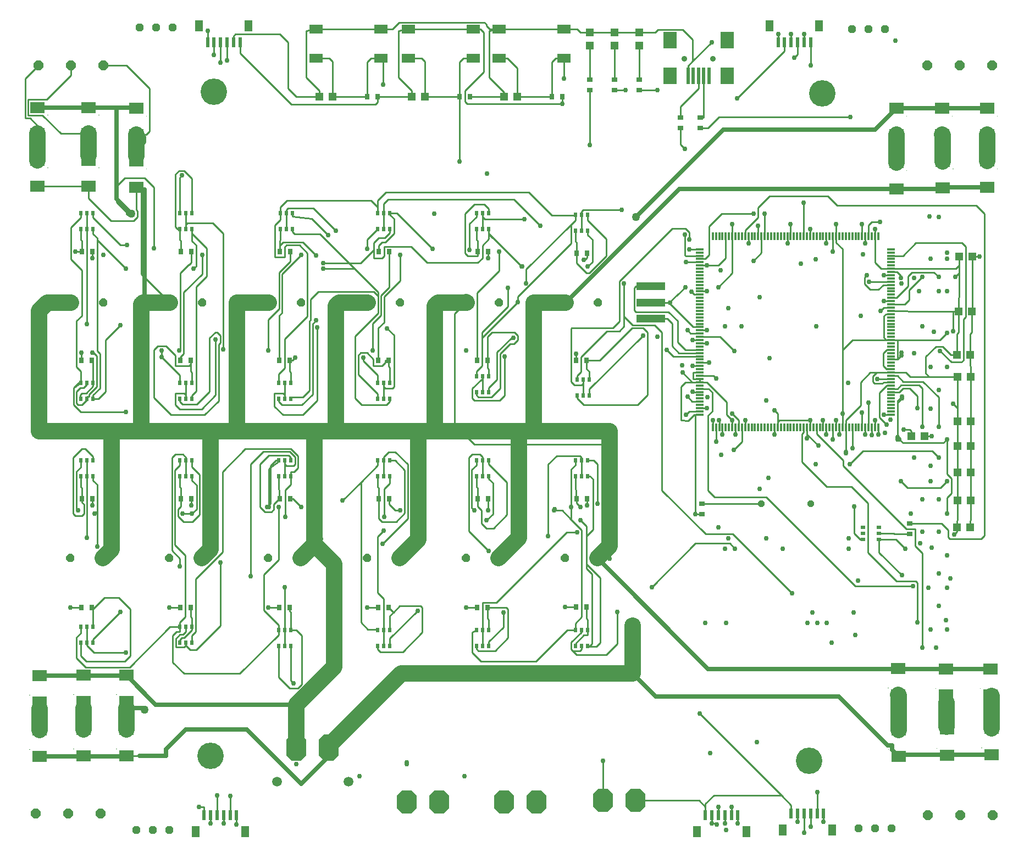
<source format=gtl>
G04 Layer_Physical_Order=1*
G04 Layer_Color=255*
%FSAX25Y25*%
%MOIN*%
G70*
G01*
G75*
%ADD10R,0.08504X0.07008*%
%ADD11R,0.08268X0.05512*%
%ADD12R,0.03800X0.03100*%
%ADD13R,0.05000X0.04500*%
%ADD14R,0.17323X0.04724*%
%ADD15R,0.03100X0.03800*%
%ADD16R,0.04500X0.05000*%
%ADD17R,0.07874X0.09843*%
%ADD18R,0.01969X0.09843*%
%ADD19R,0.02165X0.03150*%
%ADD20R,0.01181X0.04724*%
%ADD21R,0.04724X0.01181*%
%ADD22R,0.03150X0.02165*%
%ADD23R,0.04724X0.07087*%
%ADD24R,0.02362X0.06299*%
%ADD25C,0.00200*%
%ADD26C,0.10000*%
%ADD27C,0.01000*%
%ADD28C,0.02500*%
%ADD29C,0.01200*%
%ADD30P,0.04261X8X202.5*%
%ADD31C,0.03543*%
%ADD32P,0.05412X8X22.5*%
%ADD33P,0.06392X8X22.5*%
%ADD34P,0.05199X8X22.5*%
G04:AMPARAMS|DCode=35|XSize=118.11mil|YSize=137.8mil|CornerRadius=0mil|HoleSize=0mil|Usage=FLASHONLY|Rotation=0.000|XOffset=0mil|YOffset=0mil|HoleType=Round|Shape=Octagon|*
%AMOCTAGOND35*
4,1,8,-0.02953,0.06890,0.02953,0.06890,0.05906,0.03937,0.05906,-0.03937,0.02953,-0.06890,-0.02953,-0.06890,-0.05906,-0.03937,-0.05906,0.03937,-0.02953,0.06890,0.0*
%
%ADD35OCTAGOND35*%

G04:AMPARAMS|DCode=36|XSize=118.11mil|YSize=157.48mil|CornerRadius=0mil|HoleSize=0mil|Usage=FLASHONLY|Rotation=180.000|XOffset=0mil|YOffset=0mil|HoleType=Round|Shape=Octagon|*
%AMOCTAGOND36*
4,1,8,0.02953,-0.07874,-0.02953,-0.07874,-0.05906,-0.04921,-0.05906,0.04921,-0.02953,0.07874,0.02953,0.07874,0.05906,0.04921,0.05906,-0.04921,0.02953,-0.07874,0.0*
%
%ADD36OCTAGOND36*%

%ADD37C,0.05000*%
%ADD38C,0.10000*%
%ADD39C,0.16000*%
%ADD40C,0.03000*%
%ADD41C,0.05906*%
D10*
X0112213Y0166602D02*
D03*
Y0150657D02*
D03*
Y0199602D02*
D03*
Y0183657D02*
D03*
X0142000Y0544500D02*
D03*
Y0528555D02*
D03*
X0111000Y0544500D02*
D03*
Y0528555D02*
D03*
Y0512500D02*
D03*
Y0496555D02*
D03*
X0142000Y0512500D02*
D03*
Y0496555D02*
D03*
X0171000Y0511945D02*
D03*
Y0496000D02*
D03*
Y0543945D02*
D03*
Y0528000D02*
D03*
X0659819Y0543949D02*
D03*
Y0528004D02*
D03*
X0632000Y0544000D02*
D03*
Y0528055D02*
D03*
Y0511000D02*
D03*
Y0495055D02*
D03*
X0660000Y0511768D02*
D03*
Y0495823D02*
D03*
X0687000Y0512000D02*
D03*
Y0496055D02*
D03*
Y0544000D02*
D03*
Y0528055D02*
D03*
X0688981Y0187886D02*
D03*
Y0203831D02*
D03*
X0661981Y0187886D02*
D03*
Y0203831D02*
D03*
X0633000Y0188000D02*
D03*
Y0203945D02*
D03*
X0689611Y0151615D02*
D03*
Y0167559D02*
D03*
X0662709Y0151536D02*
D03*
Y0167481D02*
D03*
X0633362Y0150807D02*
D03*
Y0166752D02*
D03*
X0139000Y0166945D02*
D03*
Y0151000D02*
D03*
Y0199945D02*
D03*
Y0184000D02*
D03*
X0165000Y0199945D02*
D03*
Y0184000D02*
D03*
Y0166945D02*
D03*
Y0151000D02*
D03*
D11*
X0430370Y0574283D02*
D03*
X0391000D02*
D03*
X0430370Y0592000D02*
D03*
X0391000D02*
D03*
X0336000D02*
D03*
X0375370D02*
D03*
X0336000Y0574283D02*
D03*
X0375370D02*
D03*
X0319370D02*
D03*
X0280000D02*
D03*
X0319370Y0592000D02*
D03*
X0280000D02*
D03*
D12*
X0640000Y0292000D02*
D03*
Y0285700D02*
D03*
X0476000Y0555000D02*
D03*
Y0561300D02*
D03*
X0461000Y0555000D02*
D03*
Y0561300D02*
D03*
X0446000Y0555000D02*
D03*
Y0561300D02*
D03*
X0501000Y0532000D02*
D03*
Y0538300D02*
D03*
X0513000Y0532000D02*
D03*
Y0538300D02*
D03*
X0514000Y0304000D02*
D03*
Y0297700D02*
D03*
D13*
X0669858Y0420722D02*
D03*
X0677858D02*
D03*
X0394000Y0551000D02*
D03*
X0402000D02*
D03*
X0338000D02*
D03*
X0346000D02*
D03*
X0641000Y0345000D02*
D03*
X0649000D02*
D03*
X0282000Y0551000D02*
D03*
X0290000D02*
D03*
X0668795Y0289635D02*
D03*
X0676795D02*
D03*
X0669000Y0306000D02*
D03*
X0677000D02*
D03*
X0669000Y0323000D02*
D03*
X0677000D02*
D03*
X0669000Y0339000D02*
D03*
X0677000D02*
D03*
X0669000Y0354000D02*
D03*
X0677000D02*
D03*
X0669000Y0381000D02*
D03*
X0677000D02*
D03*
X0668795Y0394351D02*
D03*
X0676795D02*
D03*
X0670000Y0454000D02*
D03*
X0678000D02*
D03*
D14*
X0483000Y0436000D02*
D03*
Y0426157D02*
D03*
Y0416315D02*
D03*
D15*
X0258000Y0307000D02*
D03*
X0264300D02*
D03*
X0324000Y0391000D02*
D03*
X0317700D02*
D03*
X0384000D02*
D03*
X0377700D02*
D03*
X0444000D02*
D03*
X0437700D02*
D03*
X0318000Y0457000D02*
D03*
X0324300D02*
D03*
X0378000D02*
D03*
X0384300D02*
D03*
X0438000Y0456000D02*
D03*
X0444300D02*
D03*
X0138000Y0457000D02*
D03*
X0144300D02*
D03*
X0204000Y0391000D02*
D03*
X0197700D02*
D03*
X0264000D02*
D03*
X0257700D02*
D03*
X0144000D02*
D03*
X0137700D02*
D03*
X0198000Y0457000D02*
D03*
X0204300D02*
D03*
X0258000D02*
D03*
X0264300D02*
D03*
X0423000Y0551000D02*
D03*
X0429300D02*
D03*
X0367000D02*
D03*
X0373300D02*
D03*
X0324000Y0241000D02*
D03*
X0317700D02*
D03*
X0384000D02*
D03*
X0377700D02*
D03*
X0444000Y0241228D02*
D03*
X0437700D02*
D03*
X0311000Y0551000D02*
D03*
X0317300D02*
D03*
X0318000Y0307000D02*
D03*
X0324300D02*
D03*
X0378000D02*
D03*
X0384300D02*
D03*
X0438000D02*
D03*
X0444300D02*
D03*
X0144000Y0241000D02*
D03*
X0137700D02*
D03*
X0204000D02*
D03*
X0197700D02*
D03*
X0264000D02*
D03*
X0257700D02*
D03*
X0138000Y0307000D02*
D03*
X0144300D02*
D03*
X0198000D02*
D03*
X0204300D02*
D03*
D16*
X0476000Y0590000D02*
D03*
Y0582000D02*
D03*
X0461000Y0590000D02*
D03*
Y0582000D02*
D03*
X0446000Y0590000D02*
D03*
Y0582000D02*
D03*
D17*
X0529323Y0585398D02*
D03*
X0494677D02*
D03*
X0529323Y0563744D02*
D03*
X0494677D02*
D03*
D18*
X0518299D02*
D03*
X0505701D02*
D03*
X0512000D02*
D03*
X0515150D02*
D03*
X0508850D02*
D03*
D19*
X0377260Y0320772D02*
D03*
Y0330220D02*
D03*
X0384740Y0320772D02*
D03*
Y0330220D02*
D03*
X0381000Y0320772D02*
D03*
Y0330220D02*
D03*
X0137260Y0470772D02*
D03*
Y0480220D02*
D03*
X0144740Y0470772D02*
D03*
Y0480220D02*
D03*
X0141000Y0470772D02*
D03*
Y0480220D02*
D03*
X0438260Y0369772D02*
D03*
Y0379220D02*
D03*
X0445740Y0369772D02*
D03*
Y0379220D02*
D03*
X0442000Y0369772D02*
D03*
Y0379220D02*
D03*
X0317260Y0320772D02*
D03*
Y0330220D02*
D03*
X0324740Y0320772D02*
D03*
Y0330220D02*
D03*
X0321000Y0320772D02*
D03*
Y0330220D02*
D03*
X0258260Y0470772D02*
D03*
Y0480220D02*
D03*
X0265740Y0470772D02*
D03*
Y0480220D02*
D03*
X0262000Y0470772D02*
D03*
Y0480220D02*
D03*
X0377260Y0371772D02*
D03*
Y0381220D02*
D03*
X0384740Y0371772D02*
D03*
Y0381220D02*
D03*
X0381000Y0371772D02*
D03*
Y0381220D02*
D03*
X0257260Y0217772D02*
D03*
Y0227220D02*
D03*
X0264740Y0217772D02*
D03*
Y0227220D02*
D03*
X0261000Y0217772D02*
D03*
Y0227220D02*
D03*
X0197260Y0470772D02*
D03*
Y0480220D02*
D03*
X0204740Y0470772D02*
D03*
Y0480220D02*
D03*
X0201000Y0470772D02*
D03*
Y0480220D02*
D03*
X0317260Y0367772D02*
D03*
Y0377220D02*
D03*
X0324740Y0367772D02*
D03*
Y0377220D02*
D03*
X0321000Y0367772D02*
D03*
Y0377220D02*
D03*
X0197260Y0219772D02*
D03*
Y0229220D02*
D03*
X0204740Y0219772D02*
D03*
Y0229220D02*
D03*
X0201000Y0219772D02*
D03*
Y0229220D02*
D03*
X0137260Y0367772D02*
D03*
Y0377220D02*
D03*
X0144740Y0367772D02*
D03*
Y0377220D02*
D03*
X0141000Y0367772D02*
D03*
Y0377220D02*
D03*
X0437260Y0469772D02*
D03*
Y0479220D02*
D03*
X0444740Y0469772D02*
D03*
Y0479220D02*
D03*
X0441000Y0469772D02*
D03*
Y0479220D02*
D03*
X0137260Y0219772D02*
D03*
Y0229220D02*
D03*
X0144740Y0219772D02*
D03*
Y0229220D02*
D03*
X0141000Y0219772D02*
D03*
Y0229220D02*
D03*
X0437260Y0217772D02*
D03*
Y0227220D02*
D03*
X0444740Y0217772D02*
D03*
Y0227220D02*
D03*
X0441000Y0217772D02*
D03*
Y0227220D02*
D03*
X0377260Y0470772D02*
D03*
Y0480220D02*
D03*
X0384740Y0470772D02*
D03*
Y0480220D02*
D03*
X0381000Y0470772D02*
D03*
Y0480220D02*
D03*
X0257260Y0320772D02*
D03*
Y0330220D02*
D03*
X0264740Y0320772D02*
D03*
Y0330220D02*
D03*
X0261000Y0320772D02*
D03*
Y0330220D02*
D03*
X0317260Y0470772D02*
D03*
Y0480220D02*
D03*
X0324740Y0470772D02*
D03*
Y0480220D02*
D03*
X0321000Y0470772D02*
D03*
Y0480220D02*
D03*
X0197260Y0320772D02*
D03*
Y0330220D02*
D03*
X0204740Y0320772D02*
D03*
Y0330220D02*
D03*
X0201000Y0320772D02*
D03*
Y0330220D02*
D03*
X0317260Y0217772D02*
D03*
Y0227220D02*
D03*
X0324740Y0217772D02*
D03*
Y0227220D02*
D03*
X0321000Y0217772D02*
D03*
Y0227220D02*
D03*
X0257260Y0367772D02*
D03*
Y0377220D02*
D03*
X0264740Y0367772D02*
D03*
Y0377220D02*
D03*
X0261000Y0367772D02*
D03*
Y0377220D02*
D03*
X0137260Y0320772D02*
D03*
Y0330220D02*
D03*
X0144740Y0320772D02*
D03*
Y0330220D02*
D03*
X0141000Y0320772D02*
D03*
Y0330220D02*
D03*
X0437260Y0320772D02*
D03*
Y0330220D02*
D03*
X0444740Y0320772D02*
D03*
Y0330220D02*
D03*
X0441000Y0320772D02*
D03*
Y0330220D02*
D03*
X0197260Y0367772D02*
D03*
Y0377220D02*
D03*
X0204740Y0367772D02*
D03*
Y0377220D02*
D03*
X0201000Y0367772D02*
D03*
Y0377220D02*
D03*
X0377260Y0217772D02*
D03*
Y0227220D02*
D03*
X0384740Y0217772D02*
D03*
Y0227220D02*
D03*
X0381000Y0217772D02*
D03*
Y0227220D02*
D03*
D20*
X0520591Y0466362D02*
D03*
X0522559D02*
D03*
X0524528D02*
D03*
X0526496D02*
D03*
X0528465D02*
D03*
X0530433D02*
D03*
X0532402D02*
D03*
X0534370D02*
D03*
X0536339D02*
D03*
X0538307D02*
D03*
X0540276D02*
D03*
X0542244D02*
D03*
X0544213D02*
D03*
X0546181D02*
D03*
X0548150D02*
D03*
X0550118D02*
D03*
X0552087D02*
D03*
X0554055D02*
D03*
X0556024D02*
D03*
X0557992D02*
D03*
X0559961D02*
D03*
X0561929D02*
D03*
X0563898D02*
D03*
X0565866D02*
D03*
X0567835D02*
D03*
X0569803D02*
D03*
X0571772D02*
D03*
X0573740D02*
D03*
X0575709D02*
D03*
X0577677D02*
D03*
X0579646D02*
D03*
X0581614D02*
D03*
X0583583D02*
D03*
X0585551D02*
D03*
X0587520D02*
D03*
X0589488D02*
D03*
X0591457D02*
D03*
X0593425D02*
D03*
X0595394D02*
D03*
X0597362D02*
D03*
X0599331D02*
D03*
X0601299D02*
D03*
X0603268D02*
D03*
X0605236D02*
D03*
X0607205D02*
D03*
X0609173D02*
D03*
X0611142D02*
D03*
X0613110D02*
D03*
X0615079D02*
D03*
X0617047D02*
D03*
X0619016D02*
D03*
X0620984D02*
D03*
Y0350220D02*
D03*
X0619016D02*
D03*
X0617047D02*
D03*
X0615079D02*
D03*
X0613110D02*
D03*
X0611142D02*
D03*
X0609173D02*
D03*
X0607205D02*
D03*
X0605236D02*
D03*
X0603268D02*
D03*
X0601299D02*
D03*
X0599331D02*
D03*
X0597362D02*
D03*
X0595394D02*
D03*
X0593425D02*
D03*
X0591457D02*
D03*
X0589488D02*
D03*
X0587520D02*
D03*
X0585551D02*
D03*
X0583583D02*
D03*
X0581614D02*
D03*
X0579646D02*
D03*
X0577677D02*
D03*
X0575709D02*
D03*
X0573740D02*
D03*
X0571772D02*
D03*
X0569803D02*
D03*
X0567835D02*
D03*
X0565866D02*
D03*
X0563898D02*
D03*
X0561929D02*
D03*
X0559961D02*
D03*
X0557992D02*
D03*
X0556024D02*
D03*
X0554055D02*
D03*
X0552087D02*
D03*
X0550118D02*
D03*
X0548150D02*
D03*
X0546181D02*
D03*
X0544213D02*
D03*
X0542244D02*
D03*
X0540276D02*
D03*
X0538307D02*
D03*
X0536339D02*
D03*
X0534370D02*
D03*
X0532402D02*
D03*
X0530433D02*
D03*
X0528465D02*
D03*
X0526496D02*
D03*
X0524528D02*
D03*
X0522559D02*
D03*
X0520591D02*
D03*
D21*
X0628858Y0458488D02*
D03*
Y0456520D02*
D03*
Y0454551D02*
D03*
Y0452583D02*
D03*
Y0450614D02*
D03*
Y0448646D02*
D03*
Y0446677D02*
D03*
Y0444709D02*
D03*
Y0442740D02*
D03*
Y0440772D02*
D03*
Y0438803D02*
D03*
Y0436835D02*
D03*
Y0434866D02*
D03*
Y0432898D02*
D03*
Y0430929D02*
D03*
Y0428961D02*
D03*
Y0426992D02*
D03*
Y0425024D02*
D03*
Y0423055D02*
D03*
Y0421087D02*
D03*
Y0419118D02*
D03*
Y0417150D02*
D03*
Y0415181D02*
D03*
Y0413213D02*
D03*
Y0411244D02*
D03*
Y0409276D02*
D03*
Y0407307D02*
D03*
Y0405339D02*
D03*
Y0403370D02*
D03*
Y0401402D02*
D03*
Y0399433D02*
D03*
Y0397465D02*
D03*
Y0395496D02*
D03*
Y0393528D02*
D03*
Y0391559D02*
D03*
Y0389591D02*
D03*
Y0387622D02*
D03*
Y0385654D02*
D03*
Y0383685D02*
D03*
Y0381717D02*
D03*
Y0379748D02*
D03*
Y0377780D02*
D03*
Y0375811D02*
D03*
Y0373843D02*
D03*
Y0371874D02*
D03*
Y0369906D02*
D03*
Y0367937D02*
D03*
Y0365969D02*
D03*
Y0364000D02*
D03*
Y0362032D02*
D03*
Y0360063D02*
D03*
Y0358094D02*
D03*
X0512717D02*
D03*
Y0360063D02*
D03*
Y0362032D02*
D03*
Y0364000D02*
D03*
Y0365969D02*
D03*
Y0367937D02*
D03*
Y0369906D02*
D03*
Y0371874D02*
D03*
Y0373843D02*
D03*
Y0375811D02*
D03*
Y0377780D02*
D03*
Y0379748D02*
D03*
Y0381717D02*
D03*
Y0383685D02*
D03*
Y0385654D02*
D03*
Y0387622D02*
D03*
Y0389591D02*
D03*
Y0391559D02*
D03*
Y0393528D02*
D03*
Y0395496D02*
D03*
Y0397465D02*
D03*
Y0399433D02*
D03*
Y0401402D02*
D03*
Y0403370D02*
D03*
Y0405339D02*
D03*
Y0407307D02*
D03*
Y0409276D02*
D03*
Y0411244D02*
D03*
Y0413213D02*
D03*
Y0415181D02*
D03*
Y0417150D02*
D03*
Y0419118D02*
D03*
Y0421087D02*
D03*
Y0423055D02*
D03*
Y0425024D02*
D03*
Y0426992D02*
D03*
Y0428961D02*
D03*
Y0430929D02*
D03*
Y0432898D02*
D03*
Y0434866D02*
D03*
Y0436835D02*
D03*
Y0438803D02*
D03*
Y0440772D02*
D03*
Y0442740D02*
D03*
Y0444709D02*
D03*
Y0446677D02*
D03*
Y0448646D02*
D03*
Y0450614D02*
D03*
Y0452583D02*
D03*
Y0454551D02*
D03*
Y0456520D02*
D03*
Y0458488D02*
D03*
D22*
X0611772Y0289740D02*
D03*
X0621220D02*
D03*
X0611772Y0282260D02*
D03*
X0621220D02*
D03*
X0611772Y0286000D02*
D03*
X0621220D02*
D03*
D23*
X0239000Y0594000D02*
D03*
X0209079D02*
D03*
X0555079D02*
D03*
X0585000D02*
D03*
X0207000Y0105000D02*
D03*
X0236921D02*
D03*
X0592921Y0106000D02*
D03*
X0563000D02*
D03*
X0511000Y0105000D02*
D03*
X0540921D02*
D03*
D24*
X0214197Y0583961D02*
D03*
X0218134D02*
D03*
X0222071D02*
D03*
X0226008D02*
D03*
X0229945D02*
D03*
X0233882D02*
D03*
X0579882D02*
D03*
X0575945D02*
D03*
X0572008D02*
D03*
X0568071D02*
D03*
X0564134D02*
D03*
X0560197D02*
D03*
X0231803Y0115039D02*
D03*
X0227866D02*
D03*
X0223929D02*
D03*
X0219992D02*
D03*
X0216055D02*
D03*
X0212118D02*
D03*
X0568118Y0116039D02*
D03*
X0572055D02*
D03*
X0575992D02*
D03*
X0579929D02*
D03*
X0583866D02*
D03*
X0587803D02*
D03*
X0535803Y0115039D02*
D03*
X0531866D02*
D03*
X0527929D02*
D03*
X0523992D02*
D03*
X0520055D02*
D03*
X0516118D02*
D03*
D25*
X0106013Y0154957D02*
X0106213Y0155157D01*
X0106013Y0187957D02*
X0106213Y0188157D01*
X0148000Y0540000D02*
X0148200Y0540200D01*
X0117000Y0540000D02*
X0117200Y0540200D01*
X0117000Y0508000D02*
X0117200Y0508200D01*
X0148000Y0508000D02*
X0148200Y0508200D01*
X0177000Y0507445D02*
X0177200Y0507645D01*
X0177000Y0539445D02*
X0177200Y0539645D01*
X0665819Y0539449D02*
X0666019Y0539649D01*
X0638000Y0539500D02*
X0638200Y0539700D01*
X0638000Y0506500D02*
X0638200Y0506700D01*
X0666000Y0507268D02*
X0666200Y0507468D01*
X0693000Y0507500D02*
X0693200Y0507700D01*
X0693000Y0539500D02*
X0693200Y0539700D01*
X0682781Y0192186D02*
X0682981Y0192386D01*
X0655781Y0192186D02*
X0655981Y0192386D01*
X0626800Y0192300D02*
X0627000Y0192500D01*
X0683411Y0155915D02*
X0683611Y0156115D01*
X0656509Y0155836D02*
X0656709Y0156036D01*
X0627162Y0155107D02*
X0627362Y0155307D01*
X0132800Y0155300D02*
X0133000Y0155500D01*
X0132800Y0188300D02*
X0133000Y0188500D01*
X0158800Y0188300D02*
X0159000Y0188500D01*
X0158800Y0155300D02*
X0159000Y0155500D01*
D26*
X0112000Y0348000D02*
Y0421000D01*
X0117000Y0426000D01*
X0112000Y0348000D02*
X0156000D01*
X0174000D02*
Y0425000D01*
X0412000Y0348000D02*
X0458000D01*
X0403000D02*
X0412000D01*
Y0426000D02*
X0431315D01*
X0412000Y0348000D02*
Y0426000D01*
X0342000Y0348000D02*
X0352000D01*
X0342000Y0282315D02*
Y0348000D01*
X0371000Y0426315D02*
X0371315Y0426000D01*
X0352000Y0424000D02*
X0354000Y0426000D01*
X0352000Y0348000D02*
Y0424000D01*
X0292000Y0348000D02*
X0342000D01*
X0279000D02*
X0292000D01*
X0294000Y0426000D02*
X0311315D01*
X0292000Y0424000D02*
X0294000Y0426000D01*
X0292000Y0348000D02*
Y0424000D01*
X0232000Y0348000D02*
X0279000D01*
X0216000D02*
X0232000D01*
Y0426000D02*
X0251315D01*
X0232000Y0348000D02*
Y0426000D01*
X0117000D02*
X0131315D01*
X0210685Y0271000D02*
X0216000Y0276315D01*
X0390685Y0271000D02*
X0403000Y0283315D01*
X0330685Y0271000D02*
X0342000Y0282315D01*
X0270685Y0271000D02*
X0279000Y0279315D01*
X0150685Y0271000D02*
X0156000Y0276315D01*
Y0348000D01*
X0268157Y0157000D02*
Y0182157D01*
X0291000Y0205000D01*
Y0267315D01*
X0287843Y0157000D02*
X0331843Y0201000D01*
X0472000D01*
X0139000Y0166945D02*
Y0175000D01*
Y0180000D01*
X0659819Y0528004D02*
X0660000Y0527823D01*
X0632000Y0511000D02*
Y0520000D01*
Y0528055D01*
X0660000Y0511768D02*
Y0519795D01*
Y0527823D01*
X0687000Y0512000D02*
Y0520028D01*
Y0528055D01*
X0633000Y0188000D02*
X0633362Y0187638D01*
X0142000Y0515500D02*
Y0520000D01*
Y0528555D01*
X0111000Y0512500D02*
Y0520528D01*
Y0528555D01*
X0156000Y0348000D02*
X0174000D01*
X0472000Y0201000D02*
Y0230000D01*
X0112213Y0166602D02*
Y0179657D01*
X0662291Y0168842D02*
Y0183519D01*
X0633362Y0166752D02*
Y0187638D01*
X0171000Y0514945D02*
Y0528000D01*
X0165000Y0166945D02*
Y0180000D01*
X0689611Y0167559D02*
Y0187256D01*
X0174000Y0348000D02*
X0216000D01*
Y0276315D02*
Y0348000D01*
X0175000Y0426000D02*
X0191315D01*
X0279000Y0279315D02*
X0291000Y0267315D01*
X0279000Y0279315D02*
Y0348000D01*
X0403000Y0283315D02*
Y0348000D01*
X0450685Y0271000D02*
X0458000Y0278315D01*
Y0348000D01*
X0354000Y0426000D02*
X0371315D01*
X0352000Y0348000D02*
X0403000D01*
D27*
X0144000Y0391000D02*
X0144740Y0390260D01*
X0141000Y0367016D02*
Y0367772D01*
Y0377000D02*
Y0377220D01*
X0137031Y0368000D02*
X0137260Y0367772D01*
X0621220Y0286000D02*
X0630400D01*
X0630700Y0285700D01*
X0640000D01*
X0446000Y0561300D02*
Y0582000D01*
X0461000Y0561300D02*
Y0582000D01*
X0261000Y0369900D02*
Y0377220D01*
X0264740D02*
Y0383700D01*
X0264000Y0384440D02*
X0264740Y0383700D01*
X0264000Y0384440D02*
Y0391000D01*
X0262000Y0470772D02*
Y0480220D01*
X0258000Y0463700D02*
X0258260Y0463960D01*
Y0470772D01*
X0201000Y0369900D02*
Y0377220D01*
X0204740D02*
Y0383700D01*
X0204000Y0384440D02*
X0204740Y0383700D01*
X0198000Y0457000D02*
Y0463500D01*
X0197260Y0464240D02*
X0198000Y0463500D01*
X0141000Y0470772D02*
Y0480220D01*
X0138000Y0457000D02*
Y0463500D01*
X0137260Y0464240D02*
X0138000Y0463500D01*
X0137260Y0464240D02*
Y0470772D01*
X0261000Y0217772D02*
Y0227220D01*
X0204740Y0229220D02*
Y0234700D01*
X0204000Y0235440D02*
X0204740Y0234700D01*
X0204000Y0235440D02*
Y0241000D01*
X0201000Y0320772D02*
Y0330220D01*
X0198000Y0307000D02*
Y0313500D01*
X0197260Y0314240D02*
X0198000Y0313500D01*
X0197260Y0314240D02*
Y0320772D01*
X0141000Y0219772D02*
Y0229220D01*
Y0320772D02*
Y0330220D01*
X0138000Y0307000D02*
Y0313500D01*
X0137260Y0314240D02*
X0138000Y0313500D01*
X0137260Y0314240D02*
Y0320772D01*
X0445740Y0379220D02*
Y0384200D01*
X0444000Y0385940D02*
X0445740Y0384200D01*
X0444000Y0385940D02*
Y0391000D01*
X0441000Y0469772D02*
Y0479220D01*
X0438000Y0456000D02*
Y0462500D01*
X0437260Y0463240D02*
X0438000Y0462500D01*
X0437260Y0463240D02*
Y0469772D01*
X0384740Y0381220D02*
Y0385700D01*
X0384000Y0386440D02*
X0384740Y0385700D01*
X0384000Y0386440D02*
Y0391000D01*
X0378000Y0457000D02*
Y0463500D01*
X0377260Y0464240D02*
X0378000Y0463500D01*
X0377260Y0464240D02*
Y0470772D01*
X0321000D02*
Y0480220D01*
X0444740Y0227220D02*
Y0233800D01*
X0444000Y0234540D02*
X0444740Y0233800D01*
X0444000Y0234540D02*
Y0241228D01*
X0441000Y0320772D02*
Y0330220D01*
X0381000Y0217772D02*
Y0227220D01*
X0384740D02*
Y0233700D01*
X0384000Y0234440D02*
X0384740Y0233700D01*
X0384000Y0234440D02*
Y0241000D01*
X0381000Y0320772D02*
Y0330220D01*
X0378000Y0307000D02*
Y0313500D01*
X0377260Y0314240D02*
X0378000Y0313500D01*
X0377260Y0314240D02*
Y0320772D01*
X0321000Y0217772D02*
Y0227220D01*
Y0320772D02*
Y0330220D01*
X0318000Y0307000D02*
Y0313500D01*
X0317260Y0314240D02*
X0318000Y0313500D01*
X0317260Y0314240D02*
Y0320772D01*
X0402000Y0551000D02*
X0423000D01*
X0290000D02*
X0311000D01*
X0514000Y0304000D02*
X0550000D01*
X0346000Y0551000D02*
X0367000D01*
X0476000Y0561300D02*
Y0582000D01*
X0633000Y0203945D02*
X0647400D01*
X0647514Y0203831D01*
X0661981D01*
X0139000Y0199945D02*
X0165000D01*
X0111000Y0496555D02*
X0142000D01*
X0677000Y0339000D02*
Y0354000D01*
Y0381000D01*
Y0323000D02*
Y0339000D01*
Y0306000D02*
Y0323000D01*
Y0381000D02*
Y0387500D01*
X0676795Y0387705D02*
X0677000Y0387500D01*
X0676795Y0387705D02*
Y0394351D01*
Y0407000D01*
X0677858Y0408063D01*
Y0420722D01*
X0446000Y0590000D02*
X0461000D01*
X0476000D01*
X0391000Y0592000D02*
X0430370D01*
X0373300Y0551000D02*
X0394000D01*
X0280000Y0592000D02*
X0319370D01*
X0512717Y0377780D02*
Y0379748D01*
X0669000Y0306000D02*
Y0323000D01*
Y0339000D01*
Y0354000D01*
Y0362100D02*
Y0381000D01*
X0668795Y0394351D02*
Y0407000D01*
X0669858Y0408063D01*
Y0420722D01*
X0336000Y0592000D02*
X0375370D01*
X0317300Y0551000D02*
X0338000D01*
X0171000Y0511945D02*
X0171400D01*
X0142000Y0512500D02*
X0142400D01*
X0160657Y0150657D02*
X0164657D01*
X0139000Y0184000D02*
X0139400D01*
X0112213Y0183657D02*
X0112600D01*
X0626000Y0403370D02*
X0628858D01*
X0624496Y0404874D02*
X0626000Y0403370D01*
X0624496Y0404874D02*
Y0418000D01*
X0625614Y0419118D01*
X0628858D01*
X0661200Y0187886D02*
X0661981D01*
X0661200Y0183519D02*
X0662291D01*
X0662709Y0167481D02*
Y0168842D01*
X0423000Y0551000D02*
Y0572000D01*
X0425283Y0574283D01*
X0430370D01*
X0367000Y0551000D02*
Y0572000D01*
X0369283Y0574283D01*
X0375370D01*
X0311000Y0551000D02*
Y0572000D01*
X0313283Y0574283D01*
X0319370D01*
X0204300Y0303100D02*
Y0307000D01*
X0346000Y0551000D02*
Y0572283D01*
X0344000Y0574283D02*
X0346000Y0572283D01*
X0336000Y0574283D02*
X0344000D01*
X0290000Y0551000D02*
Y0572283D01*
X0288000Y0574283D02*
X0290000Y0572283D01*
X0280000Y0574283D02*
X0288000D01*
X0402000Y0551000D02*
Y0568283D01*
X0396000Y0574283D02*
X0402000Y0568283D01*
X0391000Y0574283D02*
X0396000D01*
X0144300Y0453100D02*
Y0457000D01*
X0371000Y0241000D02*
X0377700D01*
X0311000D02*
X0317700D01*
X0191000D02*
X0197700D01*
X0131000D02*
X0137700D01*
X0431000Y0241228D02*
X0437700D01*
X0454000Y0124000D02*
Y0148000D01*
X0476000Y0590000D02*
X0485600D01*
X0487300Y0591700D01*
X0502400D01*
X0508501Y0585599D01*
Y0572597D02*
Y0585599D01*
X0505701Y0563744D02*
Y0569797D01*
X0688981Y0187886D02*
X0689611D01*
X0508701Y0379748D02*
X0512717D01*
X0508701D02*
Y0383685D01*
X0512717D01*
X0575900Y0589100D02*
X0575945Y0589055D01*
Y0583961D02*
Y0589055D01*
X0666300Y0420722D02*
X0669858D01*
X0666300Y0408700D02*
Y0420722D01*
X0677858D02*
X0678000D01*
Y0454000D02*
X0682500D01*
X0172000Y0496000D02*
X0173445Y0494555D01*
X0171000Y0496000D02*
X0172000D01*
X0173000Y0520000D02*
X0176500Y0523500D01*
Y0527000D01*
X0175500Y0528000D02*
X0176500Y0527000D01*
X0257800Y0307000D02*
X0258000D01*
X0254400Y0303600D02*
X0257800Y0307000D01*
X0254400Y0300600D02*
Y0303600D01*
X0253000Y0299200D02*
X0254400Y0300600D01*
X0248900Y0299200D02*
X0253000D01*
X0246100Y0302000D02*
X0248900Y0299200D01*
X0246100Y0302000D02*
Y0328000D01*
X0251400Y0333300D01*
X0263440D01*
X0264740Y0332000D01*
Y0330220D02*
Y0332000D01*
X0328000Y0300100D02*
X0331000D01*
X0324300Y0303800D02*
X0328000Y0300100D01*
X0324300Y0303800D02*
Y0307000D01*
X0137260Y0326100D02*
Y0330220D01*
X0134800Y0323640D02*
X0137260Y0326100D01*
X0134800Y0300900D02*
Y0323640D01*
Y0300900D02*
X0135700Y0300000D01*
X0266067Y0307000D02*
X0271000Y0302067D01*
X0264300Y0307000D02*
X0266067D01*
X0204740Y0326300D02*
Y0330220D01*
Y0326300D02*
X0209400Y0321640D01*
Y0297268D02*
Y0321640D01*
X0205132Y0293000D02*
X0209400Y0297268D01*
X0199600Y0293000D02*
X0205132D01*
X0196200Y0296400D02*
X0199600Y0293000D01*
X0196200Y0296400D02*
Y0300600D01*
X0198000Y0302400D01*
Y0307000D01*
X0144300Y0303100D02*
Y0307000D01*
X0171000Y0482400D02*
Y0496000D01*
Y0482400D02*
X0171800Y0481600D01*
Y0478000D02*
Y0481600D01*
X0169400Y0475600D02*
X0171800Y0478000D01*
X0155800Y0475600D02*
X0169400D01*
X0142000Y0489400D02*
X0155800Y0475600D01*
X0142000Y0489400D02*
Y0496555D01*
X0197260Y0470700D02*
Y0470772D01*
X0194800Y0471900D02*
X0196000Y0470700D01*
X0194800Y0471900D02*
Y0503900D01*
X0197000Y0506100D01*
X0200000D01*
X0204740Y0501360D01*
Y0480220D02*
Y0501360D01*
X0233882Y0577518D02*
Y0583961D01*
Y0577518D02*
X0265000Y0546400D01*
X0316000D01*
X0317300Y0547700D01*
Y0551000D01*
X0568118Y0116039D02*
Y0121182D01*
X0216055Y0109945D02*
X0216100Y0109900D01*
X0216055Y0109945D02*
Y0115039D01*
X0521155Y0109900D02*
X0522700D01*
X0523100Y0109500D01*
X0378000Y0454300D02*
Y0457000D01*
X0371900Y0454300D02*
X0378000D01*
X0370200Y0456000D02*
X0371900Y0454300D01*
X0370200Y0456000D02*
Y0479900D01*
X0376000Y0485700D01*
X0382000D01*
X0384740Y0482960D01*
Y0480220D02*
Y0482960D01*
X0311000Y0464512D02*
X0317260Y0470772D01*
X0311000Y0458600D02*
Y0464512D01*
X0328980Y0480220D02*
X0350600Y0458600D01*
X0324740Y0480220D02*
X0328980D01*
X0324740Y0377220D02*
Y0386740D01*
X0324000Y0387480D02*
X0324740Y0386740D01*
X0324000Y0387480D02*
Y0391000D01*
X0144740Y0330220D02*
Y0332560D01*
X0140000Y0337300D02*
X0144740Y0332560D01*
X0137900Y0337300D02*
X0140000D01*
X0132600Y0332000D02*
X0137900Y0337300D01*
X0132600Y0298000D02*
Y0332000D01*
Y0298000D02*
X0133900Y0296700D01*
X0138000D01*
X0139200Y0297900D01*
Y0303600D01*
X0138000Y0304800D02*
X0139200Y0303600D01*
X0138000Y0304800D02*
Y0307000D01*
X0264000Y0238940D02*
X0264740Y0238200D01*
X0264000Y0238940D02*
Y0241000D01*
X0144740Y0375240D02*
Y0377220D01*
X0140633Y0371133D02*
X0144740Y0375240D01*
X0138164Y0371133D02*
X0140633D01*
X0137031Y0370000D02*
X0138164Y0371133D01*
X0137031Y0368000D02*
Y0370000D01*
X0144740Y0377220D02*
Y0390260D01*
X0137260Y0477800D02*
Y0480220D01*
X0131200Y0471740D02*
X0137260Y0477800D01*
X0131200Y0452400D02*
Y0471740D01*
Y0452400D02*
X0137900Y0445700D01*
Y0418000D02*
Y0445700D01*
X0134800Y0414900D02*
X0137900Y0418000D01*
X0134800Y0386900D02*
Y0414900D01*
Y0386900D02*
X0137260Y0384440D01*
X0557961Y0360600D02*
X0559961Y0358600D01*
X0251000Y0241000D02*
X0257700D01*
X0261000Y0227220D02*
Y0253400D01*
X0483600D02*
X0510100Y0279900D01*
X0530900D01*
X0534100Y0276700D01*
X0391000Y0445400D02*
Y0457100D01*
X0377700Y0432100D02*
X0391000Y0445400D01*
X0377700Y0391000D02*
Y0432100D01*
X0461000Y0555000D02*
X0467700D01*
X0545200Y0451500D02*
X0550118Y0456418D01*
Y0466362D01*
X0442000Y0377000D02*
Y0379220D01*
X0441000Y0376000D02*
X0442000Y0377000D01*
X0436800Y0376000D02*
X0441000D01*
X0434800Y0378000D02*
X0436800Y0376000D01*
X0434800Y0378000D02*
Y0410500D01*
X0434900Y0410600D01*
X0460000D01*
X0464000Y0414600D01*
Y0439100D01*
X0496000Y0471100D01*
X0504000D01*
X0506400Y0468700D01*
Y0464300D02*
Y0468700D01*
X0589488Y0345900D02*
Y0350220D01*
X0557992Y0345900D02*
Y0350220D01*
X0605236Y0337600D02*
Y0350220D01*
X0619000Y0354600D02*
X0619016Y0354584D01*
Y0350220D02*
Y0354584D01*
X0670000Y0448677D02*
Y0454000D01*
X0668000Y0446677D02*
X0670000Y0448677D01*
X0628858Y0446677D02*
X0668000D01*
X0516118Y0115039D02*
Y0120200D01*
X0512318Y0124000D02*
X0516118Y0120200D01*
X0473685Y0124000D02*
X0512318D01*
X0529000Y0358002D02*
X0532402Y0354600D01*
X0529000Y0358002D02*
Y0365780D01*
X0517000Y0377780D02*
X0529000Y0365780D01*
X0512717Y0377780D02*
X0517000D01*
X0385200Y0592000D02*
X0391000D01*
X0383200Y0594000D02*
X0385200Y0592000D01*
X0383200Y0594000D02*
Y0595000D01*
X0382100Y0596100D02*
X0383200Y0595000D01*
X0330500Y0596100D02*
X0382100D01*
X0326400Y0592000D02*
X0330500Y0596100D01*
X0319370Y0592000D02*
X0326400D01*
X0512717Y0448646D02*
X0517054D01*
X0517100Y0448600D01*
X0509271Y0430929D02*
X0512717D01*
X0508857Y0411244D02*
X0512717D01*
X0631540Y0282260D02*
X0637200Y0276600D01*
X0611142Y0466362D02*
Y0473658D01*
X0579929Y0107990D02*
Y0116039D01*
X0595394Y0466362D02*
Y0473700D01*
X0658270Y0403370D02*
X0662600Y0407700D01*
X0662567Y0322133D02*
Y0343126D01*
Y0322133D02*
X0665400Y0319300D01*
Y0310400D02*
Y0319300D01*
X0662600Y0307600D02*
X0665400Y0310400D01*
X0662600Y0298100D02*
Y0307600D01*
X0317260Y0488000D02*
X0322460Y0493200D01*
X0408891D01*
X0422891Y0479200D01*
X0437260D02*
Y0479220D01*
X0133000Y0374300D02*
X0136000Y0377300D01*
X0133000Y0364000D02*
Y0374300D01*
X0317260Y0327260D02*
Y0330220D01*
X0174000Y0443315D02*
Y0494000D01*
X0512000Y0556100D02*
Y0563744D01*
X0501000Y0545100D02*
X0512000Y0556100D01*
X0501000Y0538300D02*
Y0545100D01*
X0384300Y0453100D02*
Y0457000D01*
X0437700Y0391000D02*
Y0394900D01*
X0444300Y0453400D02*
Y0456000D01*
X0443000Y0452100D02*
X0444300Y0453400D01*
X0442300Y0452100D02*
X0443000D01*
X0103648Y0562018D02*
X0111630Y0570000D01*
X0103648Y0537896D02*
Y0562018D01*
Y0537896D02*
X0106604D01*
X0111000Y0533500D01*
Y0528555D02*
Y0533500D01*
X0474000Y0436000D02*
X0483000D01*
X0473000Y0435000D02*
X0474000Y0436000D01*
X0473000Y0421500D02*
Y0435000D01*
Y0421500D02*
X0474000Y0420500D01*
X0493800D01*
X0499400Y0414900D01*
Y0402065D02*
Y0414900D01*
Y0402065D02*
X0504000Y0397465D01*
X0512717D01*
X0483000Y0416315D02*
X0493122D01*
X0495900Y0413537D01*
Y0399596D02*
Y0413537D01*
Y0399596D02*
X0500000Y0395496D01*
X0512717D01*
X0603800Y0328000D02*
X0611800Y0336000D01*
X0653700D01*
X0657600Y0332100D01*
X0400000Y0488700D02*
X0416000Y0472700D01*
X0323800Y0488700D02*
X0400000D01*
X0321000Y0485900D02*
X0323800Y0488700D01*
X0321000Y0480220D02*
Y0485900D01*
X0644700Y0232000D02*
Y0256000D01*
X0643700Y0257000D02*
X0644700Y0256000D01*
X0631995Y0257000D02*
X0643700D01*
X0614700Y0274295D02*
X0631995Y0257000D01*
X0614700Y0274295D02*
Y0304300D01*
X0604600Y0314400D02*
X0614700Y0304300D01*
X0589700Y0314400D02*
X0604600D01*
X0574800Y0329300D02*
X0589700Y0314400D01*
X0574800Y0329300D02*
Y0346400D01*
X0575709Y0347309D01*
Y0350220D01*
X0615079Y0466362D02*
Y0473000D01*
X0616979Y0474900D01*
X0622000D01*
X0587701Y0110999D02*
X0587803Y0111102D01*
Y0116039D01*
X0611142Y0350220D02*
Y0359500D01*
X0512717Y0452583D02*
X0516000D01*
X0518500Y0455083D01*
Y0472400D01*
X0526000Y0479900D01*
X0545200D01*
X0568071Y0588896D02*
X0568188Y0589012D01*
X0568071Y0583961D02*
Y0588896D01*
X0532402Y0466362D02*
Y0473700D01*
X0567835Y0466362D02*
Y0473700D01*
X0476000Y0555000D02*
X0487000D01*
X0548100Y0472700D02*
X0548150Y0472650D01*
Y0466362D02*
Y0472650D01*
X0430370Y0574283D02*
X0430500D01*
X0492600Y0397528D02*
X0496600Y0393528D01*
X0512717D01*
X0444000Y0391000D02*
X0452100D01*
X0471800Y0410700D01*
X0478400D01*
X0481100Y0408000D01*
Y0370100D02*
Y0408000D01*
X0474900Y0363900D02*
X0481100Y0370100D01*
X0442360Y0363900D02*
X0474900D01*
X0438260Y0368000D02*
X0442360Y0363900D01*
X0438260Y0368000D02*
Y0369772D01*
X0595394Y0354594D02*
X0595400Y0354600D01*
X0595394Y0350220D02*
Y0354594D01*
X0634567Y0317693D02*
X0638560Y0313700D01*
X0658574D01*
X0662567Y0317693D01*
X0532300Y0358700D02*
X0536339Y0354661D01*
Y0350220D02*
Y0354661D01*
X0628858Y0373843D02*
X0632600D01*
X0634757Y0376000D01*
X0645600D01*
X0647600Y0374000D01*
Y0350700D02*
Y0374000D01*
X0632567Y0365334D02*
X0635200Y0367967D01*
X0628858Y0381717D02*
X0632600D01*
X0636117Y0378200D01*
X0648000D01*
X0657600Y0368600D01*
Y0350700D02*
Y0368600D01*
X0620000Y0383685D02*
X0628858D01*
X0617700Y0381385D02*
X0620000Y0383685D01*
X0617700Y0378000D02*
Y0381385D01*
Y0378000D02*
X0618800Y0376900D01*
X0623400D01*
X0624280Y0377780D01*
X0628858D01*
X0620500Y0379700D02*
X0620548Y0379748D01*
X0628858D01*
X0624000Y0436835D02*
X0628858D01*
X0621169Y0434003D02*
X0624000Y0436835D01*
X0616000Y0434003D02*
X0621169D01*
X0612600Y0437403D02*
X0616000Y0434003D01*
X0612600Y0437403D02*
Y0441300D01*
X0614000Y0442700D01*
X0524300Y0538700D02*
X0603900D01*
X0517600Y0532000D02*
X0524300Y0538700D01*
X0513000Y0532000D02*
X0517600D01*
X0624708Y0426992D02*
X0628858D01*
X0624500Y0427200D02*
X0624708Y0426992D01*
X0639576Y0433676D02*
X0647600Y0441700D01*
X0639576Y0427600D02*
Y0433676D01*
X0637000Y0425024D02*
X0639576Y0427600D01*
X0628858Y0425024D02*
X0637000D01*
X0634800Y0441209D02*
Y0442409D01*
X0632500Y0444709D02*
X0634800Y0442409D01*
X0628858Y0444709D02*
X0632500D01*
X0622355Y0421000D02*
X0624410Y0423055D01*
X0628858D01*
X0649800Y0383200D02*
X0652000Y0381000D01*
X0649800Y0383200D02*
Y0393300D01*
X0656000Y0399500D01*
X0660000D01*
X0665149Y0394351D01*
X0668795D01*
X0377260Y0216000D02*
Y0217772D01*
Y0216000D02*
X0378460Y0214800D01*
X0388600D01*
X0396400Y0222600D01*
Y0240000D01*
X0395400Y0241000D02*
X0396400Y0240000D01*
X0384000Y0241000D02*
X0395400D01*
X0324740Y0227220D02*
Y0236000D01*
X0330740Y0242000D02*
X0343400D01*
X0344400Y0241000D01*
Y0225900D02*
Y0241000D01*
X0332600Y0214100D02*
X0344400Y0225900D01*
X0319000Y0214100D02*
X0332600D01*
X0317260Y0215840D02*
X0319000Y0214100D01*
X0317260Y0215840D02*
Y0217772D01*
X0380900Y0460860D02*
X0384740Y0464700D01*
X0380900Y0453200D02*
Y0460860D01*
X0378000Y0450300D02*
X0380900Y0453200D01*
X0347500Y0450300D02*
X0378000D01*
X0337600Y0460200D02*
X0347500Y0450300D01*
X0321400Y0460200D02*
X0337600D01*
X0321400Y0454500D02*
Y0460200D01*
X0320000Y0453100D02*
X0321400Y0454500D01*
X0315100Y0453100D02*
X0320000D01*
X0315100Y0462400D02*
X0318000Y0465300D01*
X0321700D01*
X0324740Y0468340D02*
Y0470772D01*
X0313260Y0488000D02*
X0317260Y0484000D01*
X0262260Y0488000D02*
X0313260D01*
X0258260Y0484000D02*
X0262260Y0488000D01*
X0258260Y0480220D02*
Y0484000D01*
X0251000Y0396900D02*
Y0415800D01*
X0257615Y0422415D01*
Y0444315D01*
X0264300Y0451000D01*
Y0457000D01*
X0447540Y0450840D02*
Y0464265D01*
X0444600Y0447900D02*
X0447540Y0450840D01*
X0384740Y0468060D02*
Y0470772D01*
X0331000Y0439385D02*
Y0455100D01*
X0321215Y0429600D02*
X0331000Y0439385D01*
X0321215Y0414100D02*
Y0429600D01*
X0317700Y0410585D02*
X0321215Y0414100D01*
X0317700Y0391000D02*
Y0410585D01*
X0321000Y0375000D02*
Y0377220D01*
Y0375000D02*
X0322000Y0374000D01*
X0326200D01*
X0327200Y0375000D01*
Y0406300D01*
X0323000Y0410500D02*
X0327200Y0406300D01*
X0384740Y0328000D02*
Y0330220D01*
Y0328000D02*
X0395800Y0316940D01*
Y0297300D02*
Y0316940D01*
X0387600Y0289100D02*
X0395800Y0297300D01*
X0383200Y0289100D02*
X0387600D01*
X0380300Y0292000D02*
X0383200Y0289100D01*
X0380300Y0292000D02*
Y0300000D01*
X0378000Y0302300D02*
X0380300Y0300000D01*
X0378000Y0302300D02*
Y0307000D01*
X0384300Y0300100D02*
Y0307000D01*
X0628858Y0383685D02*
X0637600D01*
X0640285Y0381000D01*
X0502200Y0383700D02*
X0508120Y0377780D01*
X0512717D01*
X0597362Y0345900D02*
Y0350220D01*
X0636500Y0348900D02*
X0640000D01*
X0641000Y0347900D01*
Y0345000D02*
Y0347900D01*
X0324740Y0330220D02*
Y0330300D01*
X0328000D02*
X0333800Y0324500D01*
Y0298319D02*
Y0324500D01*
X0328581Y0293100D02*
X0333800Y0298319D01*
X0320000Y0293100D02*
X0328581D01*
X0318000Y0295100D02*
X0320000Y0293100D01*
X0318000Y0295100D02*
Y0307000D01*
X0322000Y0391000D02*
X0324000D01*
X0320000Y0387800D02*
X0322000Y0389800D01*
X0314850Y0387800D02*
X0320000D01*
X0314850D02*
Y0391733D01*
X0310983Y0395600D02*
X0314850Y0391733D01*
X0307000Y0395600D02*
X0310983D01*
X0305600Y0394200D02*
X0307000Y0395600D01*
X0305600Y0382460D02*
Y0394200D01*
Y0382460D02*
X0317260Y0370800D01*
Y0367772D02*
Y0370800D01*
X0264740Y0227220D02*
Y0227300D01*
X0268000D02*
X0271300Y0224000D01*
Y0194300D02*
Y0224000D01*
X0269100Y0192100D02*
X0271300Y0194300D01*
X0264000Y0192100D02*
X0269100D01*
X0257260Y0198840D02*
X0264000Y0192100D01*
X0257260Y0198840D02*
Y0217772D01*
X0324740Y0222340D02*
X0341600Y0239200D01*
X0324740Y0217772D02*
Y0222340D01*
X0321400Y0312960D02*
X0324740Y0316300D01*
X0321400Y0295900D02*
Y0312960D01*
X0384740Y0217772D02*
Y0220300D01*
X0324740Y0316300D02*
Y0320772D01*
X0383254Y0293900D02*
X0387200Y0297846D01*
X0384740Y0319160D02*
X0387200Y0316700D01*
X0384740Y0319160D02*
Y0320772D01*
X0144740Y0229220D02*
Y0240000D01*
X0151640Y0246900D02*
X0160500D01*
X0167400Y0240000D01*
Y0211800D02*
Y0240000D01*
X0164000Y0208400D02*
X0167400Y0211800D01*
X0140630Y0208400D02*
X0164000D01*
X0137260Y0211770D02*
X0140630Y0208400D01*
X0137260Y0211770D02*
Y0219772D01*
Y0225360D02*
Y0229220D01*
X0134800Y0222900D02*
X0137260Y0225360D01*
X0134800Y0210400D02*
Y0222900D01*
Y0210400D02*
X0140400Y0204800D01*
X0167000D01*
X0191500Y0229300D01*
X0141000Y0217909D02*
Y0219772D01*
Y0217909D02*
X0145334Y0213575D01*
X0164600D01*
X0450000Y0217300D02*
X0452400Y0219700D01*
Y0259000D01*
X0443900Y0267500D02*
X0452400Y0259000D01*
X0440300Y0293900D02*
X0443900Y0290300D01*
X0387200Y0297846D02*
Y0316700D01*
X0437260Y0217772D02*
Y0219214D01*
X0442346Y0224300D01*
X0444740D01*
Y0227220D01*
X0197260Y0226514D02*
Y0229220D01*
X0197146Y0226400D02*
X0197260Y0226514D01*
X0195477Y0226400D02*
X0197146D01*
X0193077Y0224000D02*
X0195477Y0226400D01*
X0193077Y0207863D02*
Y0224000D01*
Y0207863D02*
X0200000Y0200940D01*
X0233686D01*
X0257260Y0224514D01*
Y0227220D01*
X0197260Y0219772D02*
Y0221438D01*
X0198622Y0222800D01*
X0200000D01*
X0204740Y0227540D01*
Y0229220D01*
X0261000Y0328000D02*
X0262000Y0327000D01*
X0266200D01*
X0267200Y0328000D01*
Y0332400D01*
X0264000Y0335600D02*
X0267200Y0332400D01*
X0247900Y0335600D02*
X0264000D01*
X0240300Y0328000D02*
X0247900Y0335600D01*
X0240300Y0260100D02*
Y0328000D01*
X0200000Y0216897D02*
X0201000Y0217897D01*
X0194877Y0216897D02*
X0200000D01*
X0194877D02*
Y0221977D01*
X0197500Y0224600D01*
X0199254D01*
X0201000Y0226346D01*
Y0229220D01*
X0324300Y0435300D02*
Y0457000D01*
X0319415Y0430415D02*
X0324300Y0435300D01*
X0319415Y0418405D02*
Y0430415D01*
X0314500Y0413490D02*
X0319415Y0418405D01*
X0314500Y0396900D02*
Y0413490D01*
X0444740Y0330220D02*
Y0330300D01*
X0448500D02*
X0450700Y0328100D01*
Y0304200D02*
Y0328100D01*
X0438000Y0304500D02*
X0440500Y0302000D01*
X0438000Y0304500D02*
Y0307000D01*
X0444740Y0320772D02*
Y0320800D01*
X0446100D02*
X0447900Y0319000D01*
Y0288300D02*
Y0319000D01*
X0443900Y0284300D02*
X0447900Y0288300D01*
X0443900Y0264700D02*
X0447200Y0261400D01*
Y0218900D02*
Y0261400D01*
X0446000Y0217700D02*
X0447200Y0218900D01*
X0444740Y0217700D02*
Y0217772D01*
X0317400Y0284100D02*
X0320900Y0287600D01*
X0317400Y0250000D02*
Y0284100D01*
Y0250000D02*
X0321000Y0246400D01*
Y0227220D02*
Y0246400D01*
X0381000Y0227220D02*
Y0244200D01*
X0389400D01*
X0432000Y0286800D01*
X0438300D01*
X0219100Y0369900D02*
Y0403600D01*
X0210700Y0361500D02*
X0219100Y0369900D01*
X0197300Y0361500D02*
X0210700D01*
X0194800Y0364000D02*
X0197300Y0361500D01*
X0194800Y0364000D02*
Y0370900D01*
X0200000D01*
X0201000Y0369900D01*
X0197700Y0391000D02*
Y0393000D01*
X0199800Y0395100D01*
Y0432300D01*
X0211000Y0443500D01*
Y0455100D01*
X0197000Y0396900D02*
X0197615Y0397515D01*
Y0444000D01*
X0202715Y0449100D01*
X0203000D01*
X0204300Y0450400D01*
Y0457000D01*
X0303800Y0405885D02*
X0317615Y0419700D01*
X0267000Y0467700D02*
X0282215D01*
X0265740Y0468960D02*
X0267000Y0467700D01*
X0265740Y0468960D02*
Y0470772D01*
X0257260Y0366000D02*
Y0367772D01*
Y0366000D02*
X0259260Y0364000D01*
X0271400D01*
X0277900Y0370500D01*
Y0413200D01*
X0280100Y0415400D01*
X0265600Y0391000D02*
X0267400Y0392800D01*
X0264000Y0391000D02*
X0265600D01*
X0141000Y0412900D02*
Y0470772D01*
X0280700Y0366600D02*
Y0410900D01*
X0272000Y0357900D02*
X0280700Y0366600D01*
X0260000Y0357900D02*
X0272000D01*
X0254800Y0363100D02*
X0260000Y0357900D01*
X0254800Y0363100D02*
Y0370900D01*
X0260000D01*
X0261000Y0369900D01*
Y0367772D02*
Y0369900D01*
X0324740Y0366000D02*
Y0367772D01*
X0322740Y0364000D02*
X0324740Y0366000D01*
X0307800Y0364000D02*
X0322740D01*
X0303800Y0368000D02*
X0307800Y0364000D01*
X0317615Y0419700D02*
Y0430000D01*
X0314915Y0432700D02*
X0317615Y0430000D01*
X0281300Y0432700D02*
X0314915D01*
X0276600Y0428000D02*
X0281300Y0432700D01*
X0276600Y0415500D02*
Y0428000D01*
X0276100Y0415000D02*
X0276600Y0415500D01*
X0276100Y0372800D02*
Y0415000D01*
X0272000Y0368700D02*
X0276100Y0372800D01*
X0264740Y0367772D02*
Y0368700D01*
X0257260Y0377220D02*
Y0382560D01*
X0261100Y0386400D01*
Y0404100D01*
X0274800Y0417800D01*
Y0456000D01*
X0269900Y0460900D02*
X0274800Y0456000D01*
X0262000Y0460900D02*
X0269900D01*
X0260900Y0459800D02*
X0262000Y0460900D01*
X0260900Y0453800D02*
Y0459800D01*
X0255100Y0453800D02*
X0260900D01*
X0255100D02*
Y0473140D01*
X0258260Y0476300D01*
Y0480220D01*
X0204740Y0468000D02*
Y0470772D01*
Y0468000D02*
X0213800Y0458940D01*
Y0442200D02*
Y0458940D01*
X0207200Y0435600D02*
X0213800Y0442200D01*
X0207200Y0372260D02*
Y0435600D01*
X0204740Y0369800D02*
X0207200Y0372260D01*
X0204740Y0367772D02*
Y0369800D01*
X0203000Y0387800D02*
X0204000Y0388800D01*
X0194850Y0387800D02*
X0203000D01*
X0194850D02*
Y0394050D01*
X0189100Y0399800D02*
X0194850Y0394050D01*
X0184000Y0399800D02*
X0189100D01*
X0181607Y0397407D02*
X0184000Y0399800D01*
X0181607Y0368493D02*
Y0397407D01*
Y0368493D02*
X0192000Y0358100D01*
X0212500D01*
X0220900Y0366500D01*
Y0400600D01*
X0221900Y0401600D01*
Y0406000D01*
X0219900Y0408000D02*
X0221900Y0406000D01*
X0218900Y0408000D02*
X0219900D01*
X0215500Y0404600D02*
X0218900Y0408000D01*
X0215500Y0372100D02*
Y0404600D01*
X0207800Y0364400D02*
X0215500Y0372100D01*
X0198860Y0364400D02*
X0207800D01*
X0197260Y0366000D02*
X0198860Y0364400D01*
X0197260Y0366000D02*
Y0367772D01*
X0384740Y0220300D02*
X0393600Y0229160D01*
Y0237900D01*
X0261400Y0295900D02*
Y0312400D01*
X0264740Y0315740D01*
Y0320772D01*
X0207540Y0300706D02*
Y0315265D01*
X0204735Y0297900D02*
X0207540Y0300706D01*
X0159000Y0487000D02*
X0166000Y0480000D01*
X0159000Y0496600D02*
X0164000Y0501600D01*
X0176000D01*
X0181600Y0496000D01*
Y0459200D02*
Y0496000D01*
X0468000Y0205000D02*
X0472000Y0209000D01*
X0333400Y0205000D02*
X0468000D01*
X0384740Y0467760D02*
X0404600Y0447900D01*
X0398600Y0404800D02*
X0399600D01*
X0389800Y0396000D02*
X0398600Y0404800D01*
X0389800Y0379380D02*
Y0396000D01*
X0384740Y0374320D02*
X0389800Y0379380D01*
X0384740Y0371772D02*
Y0374320D01*
X0444740Y0467065D02*
Y0469772D01*
Y0467065D02*
X0447540Y0464265D01*
X0445740Y0373640D02*
X0478300Y0406200D01*
X0445740Y0369772D02*
Y0373640D01*
X0148100Y0367700D02*
X0152400Y0372000D01*
X0144740Y0367700D02*
Y0367772D01*
X0284200Y0446700D02*
X0303215D01*
X0317615Y0432300D01*
X0303800Y0368000D02*
Y0405885D01*
X0204740Y0463400D02*
X0207200Y0460940D01*
Y0448100D02*
Y0460940D01*
X0205800Y0446700D02*
X0207200Y0448100D01*
X0147200Y0464100D02*
Y0465340D01*
X0144740Y0367772D02*
Y0370000D01*
X0148923Y0374183D01*
Y0394918D01*
X0147200Y0396641D02*
X0148923Y0394918D01*
X0144740Y0467800D02*
Y0470772D01*
Y0467800D02*
X0147200Y0465340D01*
Y0464100D02*
X0164600Y0446700D01*
X0307000Y0449900D02*
X0315100Y0458000D01*
Y0462400D01*
X0321700Y0465300D02*
X0324740Y0468340D01*
X0264740Y0320772D02*
Y0323340D01*
X0266740D01*
X0269000Y0325600D01*
Y0333146D01*
X0264746Y0337400D02*
X0269000Y0333146D01*
X0237100Y0337400D02*
X0264746D01*
X0223200Y0323500D02*
X0237100Y0337400D01*
X0223200Y0274605D02*
Y0323500D01*
X0207123Y0258528D02*
X0223200Y0274605D01*
X0207123Y0226300D02*
Y0258528D01*
X0204740Y0223917D02*
X0207123Y0226300D01*
X0204740Y0219772D02*
Y0223917D01*
X0144740Y0219772D02*
Y0221800D01*
X0161400Y0238460D01*
X0152400Y0403300D02*
X0161400Y0412300D01*
X0152400Y0372000D02*
Y0403300D01*
X0264740Y0196560D02*
Y0217772D01*
Y0196560D02*
X0266400Y0194900D01*
X0144740Y0318100D02*
X0147200Y0315640D01*
X0144740Y0318100D02*
Y0320772D01*
X0147200Y0299500D02*
Y0315640D01*
X0145600Y0297900D02*
X0147200Y0299500D01*
X0199000Y0297900D02*
X0204735D01*
X0204740Y0318065D02*
X0207540Y0315265D01*
X0204740Y0318065D02*
Y0320772D01*
X0658500Y0396700D02*
X0665300Y0389900D01*
X0671500D01*
X0672600Y0391000D01*
Y0416100D01*
X0673900Y0417400D01*
Y0460000D01*
X0671600Y0462300D02*
X0673900Y0460000D01*
X0643849Y0462300D02*
X0671600D01*
X0636100Y0454551D02*
X0643849Y0462300D01*
X0628858Y0454551D02*
X0636100D01*
X0628858Y0428961D02*
X0632000D01*
X0639000Y0435961D01*
Y0442000D01*
X0641500Y0444500D01*
X0654767D01*
X0657567Y0441700D01*
X0626000Y0385654D02*
X0628858D01*
X0624000Y0387654D02*
X0626000Y0385654D01*
X0624000Y0387654D02*
Y0395465D01*
X0626000Y0397465D01*
X0628858D01*
Y0371874D02*
X0633745D01*
X0635871Y0374000D01*
X0640000D01*
X0644600Y0369400D01*
Y0361900D02*
Y0369400D01*
X0617000Y0345700D02*
X0617047Y0345747D01*
Y0350220D01*
X0615079D02*
Y0365400D01*
X0613110Y0345900D02*
Y0350220D01*
X0593425Y0343000D02*
Y0350220D01*
X0587500Y0354600D02*
X0587520Y0354580D01*
Y0350220D02*
Y0354580D01*
X0647567Y0216700D02*
Y0274133D01*
X0643200Y0278500D02*
X0647567Y0274133D01*
X0643200Y0278500D02*
Y0288600D01*
X0638000D02*
X0643200D01*
X0599600Y0327000D02*
X0638000Y0288600D01*
X0599600Y0327000D02*
Y0330500D01*
X0583583Y0346517D02*
X0599600Y0330500D01*
X0583583Y0346517D02*
Y0350220D01*
X0538307Y0341700D02*
Y0350220D01*
X0533307Y0336700D02*
X0538307Y0341700D01*
X0526496Y0345900D02*
Y0350220D01*
X0524528D02*
Y0354572D01*
X0524500Y0354600D02*
X0524528Y0354572D01*
X0522559Y0341700D02*
Y0350220D01*
X0512717Y0373843D02*
X0518000D01*
X0520200Y0371643D01*
Y0360000D02*
Y0371643D01*
X0517800Y0357600D02*
X0520200Y0360000D01*
X0517800Y0312000D02*
Y0357600D01*
Y0312000D02*
X0521800Y0308000D01*
X0552900D01*
X0606906Y0253994D01*
X0641861D01*
X0540276Y0466362D02*
Y0470000D01*
X0548000Y0477724D01*
Y0483600D01*
X0555000Y0490600D01*
X0590400D01*
X0596000Y0485000D01*
X0680300D01*
X0685300Y0480000D01*
Y0284700D02*
Y0480000D01*
X0683300Y0282700D02*
X0685300Y0284700D01*
X0664314Y0282700D02*
X0683300D01*
X0663314Y0283700D02*
X0664314Y0282700D01*
X0663314Y0283700D02*
Y0288000D01*
X0659314Y0292000D02*
X0663314Y0288000D01*
X0640000Y0292000D02*
X0659314D01*
X0446000Y0521700D02*
Y0555000D01*
X0552087Y0466362D02*
Y0480100D01*
X0615403Y0438803D02*
X0628858D01*
X0615400Y0438800D02*
X0615403Y0438803D01*
X0501000Y0522200D02*
X0503700Y0519500D01*
X0501000Y0522200D02*
Y0532000D01*
X0259415Y0443515D02*
X0271000Y0455100D01*
X0259415Y0419900D02*
Y0443515D01*
X0257700Y0418185D02*
X0259415Y0419900D01*
X0257700Y0391000D02*
Y0418185D01*
X0125245Y0528555D02*
X0142000D01*
X0114104Y0539696D02*
X0125245Y0528555D01*
X0105448Y0539696D02*
X0114104D01*
X0105448D02*
Y0549304D01*
X0116619D01*
X0131315Y0564000D01*
Y0570000D01*
X0137700Y0391000D02*
Y0395700D01*
X0444300Y0303100D02*
Y0307000D01*
X0513000Y0538300D02*
X0515150D01*
X0214197Y0583961D02*
Y0590997D01*
X0214200Y0591000D01*
X0620984Y0345916D02*
X0621000Y0345900D01*
X0620984Y0345916D02*
Y0350220D01*
X0218134Y0576434D02*
Y0583961D01*
X0218100Y0576400D02*
X0218134Y0576434D01*
X0624500Y0358094D02*
X0628858D01*
X0508422Y0387622D02*
X0512717D01*
X0508400Y0387600D02*
X0508422Y0387622D01*
X0222071Y0571600D02*
Y0583961D01*
X0512717Y0389591D02*
X0518291D01*
X0226000Y0572900D02*
X0226008Y0572908D01*
Y0583961D01*
X0512717Y0362032D02*
X0517100D01*
X0520591Y0350220D02*
Y0354791D01*
X0520600Y0354800D01*
X0231803Y0109400D02*
Y0115039D01*
X0575709Y0466362D02*
Y0486691D01*
X0223929Y0109929D02*
Y0115039D01*
X0223900Y0109900D02*
X0223929Y0109929D01*
X0579600Y0470700D02*
X0579646Y0470654D01*
Y0466362D02*
Y0470654D01*
X0589488Y0462012D02*
Y0466362D01*
Y0462012D02*
X0589500Y0462000D01*
X0219992Y0115039D02*
Y0127100D01*
X0508478Y0371900D02*
X0508504Y0371874D01*
X0512717D01*
X0278400Y0483300D02*
X0292000Y0469700D01*
X0263000Y0483300D02*
X0278400D01*
X0262000Y0482300D02*
X0263000Y0483300D01*
X0262000Y0480220D02*
Y0482300D01*
X0258000Y0457000D02*
Y0460800D01*
X0260000Y0462800D01*
X0272000D01*
X0279950Y0454850D01*
X0277200Y0477200D02*
X0287400Y0467000D01*
X0265740Y0478460D02*
X0277200Y0477200D01*
X0265740Y0478460D02*
Y0480220D01*
X0223700Y0397800D02*
Y0468000D01*
X0217400Y0474300D02*
X0223700Y0468000D01*
X0202000Y0474300D02*
X0217400D01*
X0201000Y0473300D02*
X0202000Y0474300D01*
X0201000Y0470772D02*
Y0473300D01*
X0134100Y0457000D02*
X0138000D01*
X0161200Y0461100D02*
X0165500D01*
X0144740Y0477560D02*
X0161200Y0461100D01*
X0144740Y0477560D02*
Y0480220D01*
X0144400Y0395800D02*
X0145000D01*
X0147123Y0393677D01*
Y0375077D02*
Y0393677D01*
X0142300Y0370254D02*
X0147123Y0375077D01*
X0142300Y0369200D02*
Y0370254D01*
X0141000Y0367772D02*
Y0369200D01*
Y0376300D02*
Y0377000D01*
X0139000Y0374300D02*
X0141000Y0376300D01*
X0137100Y0374300D02*
X0139000D01*
X0134800Y0372000D02*
X0137100Y0374300D01*
X0134800Y0365000D02*
Y0372000D01*
Y0365000D02*
X0135800Y0364000D01*
X0137984D01*
X0141000Y0367016D01*
X0257260Y0314240D02*
X0258000Y0307000D01*
X0257260Y0314240D02*
Y0320772D01*
X0221900Y0230100D02*
Y0268500D01*
X0207200Y0215400D02*
X0221900Y0230100D01*
X0203600Y0215400D02*
X0207200D01*
X0201000Y0218000D02*
X0203600Y0215400D01*
X0197400Y0266000D02*
Y0270800D01*
X0192600Y0275600D02*
X0197400Y0270800D01*
X0192600Y0275600D02*
Y0332000D01*
X0194600Y0334000D01*
X0199200D01*
X0201000Y0332200D01*
Y0330220D02*
Y0332200D01*
X0144000Y0241000D02*
X0144740Y0240000D01*
X0141000Y0283300D02*
Y0320772D01*
X0442000Y0482500D02*
X0465200D01*
X0441000Y0481500D02*
X0442000Y0482500D01*
X0441000Y0479220D02*
Y0481500D01*
X0444740Y0476000D02*
Y0479220D01*
Y0476000D02*
X0456000Y0464740D01*
Y0454291D02*
Y0464740D01*
X0445809Y0444100D02*
X0456000Y0454291D01*
X0444000Y0444100D02*
X0445809D01*
X0438000Y0450100D02*
X0444000Y0444100D01*
X0438000Y0450100D02*
Y0456000D01*
X0374800Y0374000D02*
X0380300Y0379500D01*
X0374800Y0368000D02*
Y0374000D01*
Y0368000D02*
X0376000Y0366800D01*
X0391482D01*
X0394400Y0369718D01*
Y0393500D01*
X0384000Y0391000D02*
Y0405400D01*
X0386700Y0408100D01*
X0400300D01*
X0402400Y0406000D01*
Y0403500D02*
Y0406000D01*
X0400000Y0401100D02*
X0402400Y0403500D01*
X0397700Y0401100D02*
X0400000D01*
X0391600Y0395000D02*
X0397700Y0401100D01*
X0391600Y0373900D02*
Y0395000D01*
X0386500Y0368800D02*
X0391600Y0373900D01*
X0378460Y0368800D02*
X0386500D01*
X0377260Y0370000D02*
X0378460Y0368800D01*
X0377260Y0370000D02*
Y0371772D01*
X0382300Y0476700D02*
X0406200D01*
X0381000Y0478000D02*
X0382300Y0476700D01*
X0381000Y0478000D02*
Y0480220D01*
X0324740Y0479367D02*
Y0480220D01*
Y0479367D02*
X0327200Y0476907D01*
Y0468000D02*
Y0476907D01*
X0321900Y0462700D02*
X0327200Y0468000D01*
X0320000Y0462700D02*
X0321900D01*
X0318000Y0460700D02*
X0320000Y0462700D01*
X0318000Y0457000D02*
Y0460700D01*
X0434800Y0220000D02*
X0441000Y0226200D01*
X0434800Y0215600D02*
Y0220000D01*
X0438000Y0212400D02*
X0456000D01*
X0462600Y0219000D01*
Y0238400D01*
X0441000Y0215800D02*
Y0217772D01*
X0440000Y0214800D02*
X0441000Y0215800D01*
X0435600Y0214800D02*
X0440000D01*
X0434800Y0215600D02*
X0435600Y0214800D01*
X0441000Y0226200D02*
Y0227220D01*
X0420800Y0284300D02*
Y0328000D01*
X0425900Y0333100D01*
X0440000D01*
X0441000Y0332100D01*
Y0330220D02*
Y0332100D01*
X0437260Y0314240D02*
X0438000Y0307000D01*
X0437260Y0314240D02*
Y0320772D01*
X0372600Y0287400D02*
X0384600Y0275400D01*
X0372600Y0287400D02*
Y0332000D01*
X0374600Y0334000D01*
X0379300D01*
X0381000Y0332300D01*
Y0330220D02*
Y0332300D01*
X0324000Y0241000D02*
X0326870Y0238130D01*
X0321000Y0330220D02*
Y0332500D01*
X0324000Y0335500D01*
X0328100D01*
X0335600Y0328000D01*
Y0295200D02*
Y0328000D01*
X0320200Y0279800D02*
X0335600Y0295200D01*
X0177000Y0528000D02*
X0179000Y0530000D01*
Y0556000D01*
X0165000Y0570000D02*
X0179000Y0556000D01*
X0151000Y0570000D02*
X0165000D01*
X0319370Y0574283D02*
X0320600D01*
X0505200Y0368900D02*
X0508131Y0365969D01*
X0512717D01*
X0624540Y0442740D02*
X0628858D01*
X0624500Y0442700D02*
X0624540Y0442740D01*
X0649000Y0345000D02*
X0653500D01*
X0606200Y0286000D02*
Y0302300D01*
Y0286000D02*
X0609940Y0282260D01*
X0611772D01*
X0542244Y0462044D02*
Y0466362D01*
X0542200Y0462000D02*
X0542244Y0462044D01*
X0367000Y0511600D02*
Y0551000D01*
X0560197Y0583961D02*
Y0589097D01*
X0560200Y0589100D01*
X0503600Y0455102D02*
Y0467400D01*
Y0455102D02*
X0504151Y0454551D01*
X0512717D01*
X0564134Y0578800D02*
Y0583961D01*
X0535302Y0549968D02*
X0564134Y0578800D01*
X0506400Y0458500D02*
X0506412Y0458488D01*
X0512717D01*
X0504414Y0450614D02*
X0512717D01*
X0504400Y0450600D02*
X0504414Y0450614D01*
X0570008Y0574808D02*
X0572008Y0576808D01*
Y0583961D01*
X0583866Y0116039D02*
Y0129100D01*
X0613100Y0462000D02*
X0613110Y0462010D01*
Y0466362D01*
X0540276Y0350220D02*
Y0354576D01*
X0540300Y0354600D01*
X0575992Y0104400D02*
Y0116039D01*
X0535803Y0109919D02*
Y0115039D01*
X0535800Y0109916D02*
X0535803Y0109919D01*
X0505193Y0409293D02*
X0507179Y0407307D01*
X0512717D01*
X0531866Y0115039D02*
Y0120166D01*
X0531900Y0120200D01*
X0525161Y0405339D02*
X0533800Y0396700D01*
X0512717Y0405339D02*
X0525161D01*
X0508400Y0403370D02*
X0512717D01*
X0527900Y0109929D02*
X0527929Y0109958D01*
Y0115039D01*
X0523992D02*
Y0120192D01*
X0524000Y0120200D01*
X0517098Y0401402D02*
X0517100Y0401400D01*
X0512717Y0401402D02*
X0517098D01*
X0454000Y0340000D02*
X0458000Y0336000D01*
X0364000Y0352000D02*
Y0419315D01*
X0283100Y0282785D02*
Y0336800D01*
X0257260Y0227220D02*
Y0230300D01*
X0248200Y0239360D02*
X0257260Y0230300D01*
X0248200Y0239360D02*
Y0260900D01*
X0257200Y0269900D01*
Y0302000D01*
X0257260Y0329700D02*
Y0330220D01*
X0255800Y0330300D02*
X0257260Y0330220D01*
X0252500Y0327000D02*
X0255800Y0330300D01*
X0307200Y0232000D02*
Y0317200D01*
Y0232000D02*
X0311500Y0227700D01*
X0317260Y0227220D02*
Y0227700D01*
X0441100Y0235340D02*
Y0288200D01*
X0434800Y0324900D02*
X0437260Y0327360D01*
X0197260Y0327400D02*
Y0330220D01*
X0194400Y0324540D02*
X0197260Y0327400D01*
X0194400Y0278900D02*
Y0324540D01*
Y0278900D02*
X0200600Y0272700D01*
Y0235440D02*
Y0272700D01*
X0197260Y0232100D02*
X0200600Y0235440D01*
X0197260Y0377220D02*
Y0382140D01*
X0373000Y0473900D02*
X0377260Y0478160D01*
X0186300Y0393100D02*
Y0397000D01*
X0137400Y0359600D02*
X0164600D01*
X0133000Y0364000D02*
X0137400Y0359600D01*
X0133000Y0374300D02*
X0137260Y0377220D01*
X0317260D02*
Y0382140D01*
X0308600Y0390800D02*
X0317260Y0382140D01*
X0308600Y0390800D02*
Y0392800D01*
X0437260Y0327360D02*
Y0330220D01*
X0434600Y0302000D02*
X0434800D01*
X0374460Y0301495D02*
X0376000Y0299954D01*
X0374460Y0301495D02*
Y0324714D01*
X0377260Y0327514D01*
Y0330220D01*
X0402300Y0426300D02*
Y0429600D01*
X0434600Y0461900D02*
Y0473540D01*
X0438260Y0379220D02*
Y0381860D01*
X0440600Y0384200D01*
Y0393000D01*
X0456400Y0408800D01*
X0464000D01*
X0466800Y0411600D01*
X0380600Y0404600D02*
X0402300Y0426300D01*
X0380600Y0387800D02*
Y0404600D01*
X0407500Y0437600D02*
Y0446440D01*
X0466800Y0417700D02*
Y0437600D01*
Y0417700D02*
X0472000Y0412500D01*
X0485300D01*
X0489800Y0408000D01*
Y0312200D02*
Y0408000D01*
Y0312200D02*
X0516200Y0285800D01*
X0532700D01*
X0568800Y0249700D01*
X0197260Y0480220D02*
Y0501836D01*
X0198723Y0503300D01*
X0373000Y0458200D02*
Y0473900D01*
X0377260Y0381220D02*
Y0384460D01*
X0380600Y0387800D01*
Y0407900D02*
X0396279Y0423579D01*
Y0434921D01*
X0377260Y0478160D02*
Y0480220D01*
X0374800Y0226100D02*
X0377260Y0227220D01*
X0374800Y0213700D02*
Y0226100D01*
Y0213700D02*
X0380000Y0208500D01*
X0413500D01*
X0432220Y0227220D01*
X0437260D01*
Y0231500D01*
X0441100Y0235340D01*
X0660341Y0340900D02*
X0662567Y0343126D01*
X0635900Y0340900D02*
X0660341D01*
X0633700Y0343100D02*
X0635900Y0340900D01*
X0621600Y0356300D02*
X0625900Y0352000D01*
X0621600Y0356300D02*
Y0371482D01*
X0625929Y0375811D01*
X0628858D01*
X0676795Y0289635D02*
X0677000Y0298105D01*
Y0306000D01*
X0621300Y0274494D02*
X0635200Y0260594D01*
X0512717Y0381717D02*
X0521183D01*
X0522720Y0380180D01*
X0504197Y0358063D02*
X0506197Y0360063D01*
X0534370Y0345930D02*
Y0350220D01*
Y0345930D02*
X0534400Y0345900D01*
X0506197Y0360063D02*
X0512717D01*
X0599331Y0397231D02*
X0605470Y0403370D01*
X0595394Y0462506D02*
Y0466362D01*
Y0462506D02*
X0599331Y0458569D01*
Y0397231D02*
Y0458569D01*
X0512717Y0432898D02*
X0517079D01*
X0483000Y0426157D02*
X0493944D01*
X0523900Y0435500D02*
X0532402Y0444002D01*
Y0466362D01*
X0599300Y0358700D02*
X0599331Y0358669D01*
X0430370Y0592000D02*
X0438200D01*
X0440200Y0590000D01*
X0446000D01*
X0385100Y0591000D02*
X0391000Y0592000D01*
X0385100Y0562700D02*
Y0591000D01*
Y0562700D02*
X0394000Y0553800D01*
Y0551000D02*
Y0553800D01*
X0274100Y0591000D02*
X0280000Y0592000D01*
X0274100Y0562600D02*
Y0591000D01*
Y0562600D02*
X0282000Y0554700D01*
Y0551000D02*
Y0554700D01*
X0268000Y0551000D02*
X0282000D01*
X0263000Y0556000D02*
X0268000Y0551000D01*
X0263000Y0556000D02*
Y0584000D01*
X0258100Y0588900D02*
X0263000Y0584000D01*
X0231000Y0588900D02*
X0258100D01*
X0229945Y0587845D02*
X0231000Y0588900D01*
X0229945Y0583961D02*
Y0587845D01*
X0505583Y0354455D02*
X0509223Y0358094D01*
X0501397Y0354866D02*
X0505583Y0354455D01*
X0501397Y0354866D02*
Y0375176D01*
X0504000Y0377780D01*
X0510100Y0297700D02*
X0514000D01*
X0524109Y0448646D02*
X0528465Y0453002D01*
Y0466362D01*
X0512717Y0409276D02*
X0517079D01*
X0507600Y0432600D02*
X0509271Y0430929D01*
X0521200Y0127000D02*
X0562300D01*
X0516118Y0121918D02*
X0521200Y0127000D01*
X0212118Y0115039D02*
Y0120182D01*
X0209100Y0120200D02*
X0212118Y0120182D01*
X0559961Y0353621D02*
X0561000Y0354661D01*
X0579568D01*
X0579646Y0350220D02*
Y0354583D01*
X0610200Y0377885D02*
X0616000Y0383685D01*
X0610200Y0363590D02*
Y0377885D01*
X0601299Y0354690D02*
X0610200Y0363590D01*
X0601299Y0350220D02*
Y0354690D01*
X0619016Y0466362D02*
Y0470724D01*
X0593425Y0456900D02*
Y0466362D01*
X0565866Y0462034D02*
Y0466362D01*
Y0462034D02*
X0565900Y0462000D01*
X0579882Y0570200D02*
Y0583961D01*
X0619016Y0450484D02*
Y0466362D01*
Y0450484D02*
X0622823Y0446677D01*
X0628858D01*
X0429300Y0546700D02*
Y0551000D01*
X0628858Y0421087D02*
X0649465Y0420722D01*
X0601299Y0334801D02*
X0601300Y0334800D01*
X0668795Y0289635D02*
X0669000Y0298105D01*
Y0306000D01*
X0668795Y0287195D02*
Y0289635D01*
X0667100Y0285500D02*
X0668795Y0287195D01*
X0666300Y0364800D02*
X0669000Y0362100D01*
X0669858Y0420722D02*
X0670000Y0437342D01*
X0667600Y0441700D02*
X0670000Y0444100D01*
X0330100Y0591000D02*
X0336000Y0592000D01*
X0330100Y0562600D02*
Y0591000D01*
Y0562600D02*
X0338000Y0554700D01*
Y0551000D02*
Y0554700D01*
X0371700Y0546700D02*
X0429300D01*
X0370400Y0548000D02*
X0371700Y0546700D01*
X0370400Y0548000D02*
Y0554700D01*
X0381700Y0566000D01*
Y0590000D01*
X0379700Y0592000D02*
X0381700Y0590000D01*
X0375370Y0592000D02*
X0379700D01*
X0139000Y0151000D02*
X0165000D01*
X0173000D01*
X0287843Y0159443D02*
X0333400Y0205000D01*
X0159000Y0487000D02*
Y0489000D01*
Y0496600D01*
X0287843Y0157000D02*
Y0159443D01*
X0472000Y0209000D02*
Y0230000D01*
Y0232900D01*
X0147200Y0277900D02*
Y0299500D01*
X0144740Y0367700D02*
X0148100D01*
X0147200Y0396641D02*
Y0464100D01*
X0204740Y0463400D02*
Y0468000D01*
X0264740Y0368700D02*
X0272000D01*
X0317615Y0430000D02*
Y0432300D01*
X0284200Y0449900D02*
X0300015D01*
X0307000D01*
X0282215Y0467700D02*
X0300015Y0449900D01*
X0303215Y0446700D01*
X0315100Y0453100D02*
Y0458000D01*
X0443900Y0264700D02*
Y0267500D01*
Y0284300D01*
X0444740Y0217300D02*
Y0217700D01*
Y0217300D02*
X0450000D01*
X0444740Y0217700D02*
X0446000D01*
X0443900Y0284300D02*
Y0290300D01*
X0444740Y0320800D02*
X0446100D01*
X0384740Y0468060D02*
X0404750Y0448050D01*
X0404900Y0447900D01*
X0384740Y0464700D02*
Y0467760D01*
Y0468060D01*
X0142000Y0515500D02*
X0142400D01*
Y0512500D02*
Y0515500D01*
X0139000Y0180000D02*
X0139400D01*
Y0184000D01*
X0112213Y0179657D02*
X0112600D01*
Y0183657D01*
X0662291Y0168842D02*
X0662709D01*
X0661200Y0183519D02*
Y0187886D01*
X0515150Y0538300D02*
Y0563744D01*
X0258000Y0460800D02*
Y0463700D01*
X0201000Y0367772D02*
Y0369900D01*
X0204000Y0384440D02*
Y0388800D01*
Y0391000D01*
X0201000Y0473300D02*
Y0480220D01*
X0196000Y0470700D02*
X0197260D01*
Y0464240D02*
Y0470700D01*
X0141000Y0369200D02*
X0142300D01*
X0264740Y0227300D02*
Y0238200D01*
Y0227300D02*
X0268000D01*
X0261000Y0320772D02*
Y0328000D01*
Y0330220D01*
X0201000Y0217897D02*
Y0218000D01*
Y0219772D01*
X0144740Y0240000D02*
X0151640Y0246900D01*
X0442000Y0369772D02*
Y0377000D01*
X0381000Y0371772D02*
Y0379500D01*
Y0381220D01*
X0380300Y0379500D02*
X0381000D01*
Y0470772D02*
Y0478000D01*
X0321000Y0367772D02*
Y0375000D01*
X0322000Y0389800D02*
Y0391000D01*
X0435600Y0214800D02*
X0438000Y0212400D01*
X0444740Y0330300D02*
X0448500D01*
X0324740Y0236000D02*
X0326870Y0238130D01*
X0330740Y0242000D01*
X0324740Y0330300D02*
X0328000D01*
X0171000Y0514945D02*
X0171400D01*
Y0511945D02*
Y0514945D01*
X0171000Y0528000D02*
X0175500D01*
X0177000D01*
X0165000Y0166945D02*
Y0180000D01*
Y0184000D01*
X0430500Y0562100D02*
Y0574283D01*
X0320600Y0558504D02*
Y0574283D01*
X0689611Y0187256D02*
Y0187886D01*
X0176000Y0353800D02*
X0185900Y0343900D01*
X0174000Y0443315D02*
X0176000Y0441315D01*
X0191315Y0426000D01*
X0185900Y0343900D02*
X0276000D01*
X0176000Y0353800D02*
Y0427000D01*
Y0441315D01*
Y0494555D01*
X0276000Y0343900D02*
X0283100Y0336800D01*
X0364000Y0352000D02*
X0376000Y0340000D01*
X0458000Y0270685D02*
Y0278315D01*
Y0336000D01*
X0364000Y0419315D02*
X0371000Y0426315D01*
X0376000Y0340000D02*
X0454000D01*
X0191500Y0229300D02*
X0197260D01*
Y0229220D02*
Y0229300D01*
Y0232100D01*
X0250500Y0302000D02*
X0251500Y0303000D01*
X0252500Y0304000D01*
X0251500Y0302000D02*
Y0303000D01*
Y0325200D01*
X0252500Y0304000D02*
Y0325981D01*
Y0327000D01*
X0311500Y0227700D02*
X0317260D01*
X0251500Y0325200D02*
X0252500Y0325981D01*
X0257260Y0329700D01*
X0296000Y0306000D02*
X0307200Y0317200D01*
X0317260Y0327260D01*
X0137260Y0377220D02*
Y0377300D01*
Y0384440D01*
X0136000Y0377300D02*
X0137260D01*
X0186300Y0393100D02*
X0186400Y0393000D01*
X0197260Y0382140D01*
X0317260Y0480220D02*
Y0484000D01*
Y0488000D01*
X0429200Y0300100D02*
X0434800Y0294500D01*
X0441100Y0288200D01*
X0424200Y0300100D02*
X0429200D01*
X0434800Y0294500D02*
Y0302000D01*
Y0324900D01*
X0380600Y0404600D02*
Y0407900D01*
X0402300Y0429600D02*
X0434600Y0461900D01*
X0407500Y0446440D02*
X0434600Y0473540D01*
X0437260Y0476200D01*
X0466800Y0411600D02*
Y0417700D01*
X0422891Y0479200D02*
X0437260D01*
Y0476200D02*
Y0479200D01*
X0632567Y0344300D02*
Y0365334D01*
Y0366567D01*
Y0343100D02*
Y0344300D01*
Y0366567D02*
X0635200Y0369200D01*
X0520055Y0109900D02*
Y0109945D01*
Y0111000D01*
Y0115039D01*
Y0109945D02*
X0520100Y0109900D01*
X0520055Y0111000D02*
X0521155Y0109900D01*
X0493944Y0426157D02*
X0508857Y0411244D01*
X0493944Y0426157D02*
X0494600D01*
X0493944D02*
X0494294Y0426485D01*
X0503943Y0435500D01*
X0572055Y0110890D02*
Y0116039D01*
X0577677Y0343858D02*
Y0346181D01*
Y0350220D01*
Y0346181D02*
X0584600Y0339258D01*
X0505701Y0569797D02*
X0508501Y0572597D01*
X0519904Y0584000D01*
X0621300Y0274494D02*
Y0282260D01*
X0621220D02*
X0621300D01*
X0631540D01*
X0599331Y0350220D02*
Y0358669D01*
Y0358700D01*
Y0397231D01*
X0605470Y0403370D02*
X0626000D01*
X0632600Y0391559D02*
Y0391900D01*
Y0403370D01*
X0628858Y0391559D02*
X0632259D01*
X0632600D01*
X0632718D01*
X0635159Y0394000D01*
X0632259Y0391559D02*
X0632600Y0391900D01*
X0634900Y0394200D01*
X0635159Y0394000D02*
Y0395641D01*
X0628858Y0403370D02*
X0632600D01*
X0658270D01*
X0678000Y0420722D02*
Y0454000D01*
X0504000Y0377780D02*
X0508120D01*
X0509223Y0358094D02*
X0510100D01*
X0512717D01*
X0510100Y0297700D02*
Y0358094D01*
X0516118Y0120200D02*
Y0121918D01*
X0512700Y0176600D02*
X0562300Y0127000D01*
X0568118Y0121182D01*
X0532402Y0350220D02*
Y0354583D01*
Y0354600D01*
X0559961Y0350220D02*
Y0353621D01*
Y0358600D01*
X0517054Y0448646D02*
X0524109D01*
X0601299Y0334801D02*
Y0334850D01*
Y0350220D01*
X0669000Y0354000D02*
Y0362100D01*
X0616000Y0383685D02*
X0620000D01*
X0640285Y0381000D02*
X0652000D01*
X0669000D01*
X0649465Y0420722D02*
X0666300D01*
X0670000Y0437342D02*
Y0444100D01*
Y0448677D01*
X0227866Y0115039D02*
Y0126600D01*
D28*
X0174000Y0425000D02*
X0175000Y0426000D01*
X0176000Y0427000D01*
X0173445Y0494555D02*
X0174000Y0494000D01*
X0166000Y0480000D02*
X0168000D01*
X0164657Y0150657D02*
X0165000Y0151000D01*
X0111000Y0544500D02*
X0142000D01*
X0170445D02*
X0171000Y0543945D01*
X0175000Y0180000D02*
X0176000Y0179000D01*
X0164657Y0199602D02*
X0165000Y0199945D01*
X0182788Y0182157D01*
X0268157D01*
X0159000Y0489000D02*
X0168000Y0480000D01*
X0142000Y0544500D02*
X0159000D01*
X0170445D01*
X0660232Y0496055D02*
X0687000D01*
X0431315Y0426000D02*
X0500370Y0495055D01*
X0659232D02*
X0660000Y0495823D01*
X0660232Y0496055D01*
X0500370Y0495055D02*
X0632000D01*
X0659232D01*
X0450685Y0271000D02*
X0517854Y0203831D01*
X0661981D02*
X0688981D01*
X0633362Y0150807D02*
X0634170Y0151615D01*
X0629512Y0154657D02*
X0633362Y0150807D01*
X0629512Y0154657D02*
Y0157457D01*
X0626712D02*
X0629512D01*
X0597169Y0187000D02*
X0626712Y0157457D01*
X0486000Y0187000D02*
X0597169D01*
X0472000Y0201000D02*
X0486000Y0187000D01*
X0474000Y0478000D02*
X0527000Y0531000D01*
X0619000D01*
X0632000Y0544000D01*
X0112213Y0150657D02*
X0160657D01*
X0159000Y0489000D02*
Y0544500D01*
X0634170Y0151615D02*
X0689611D01*
X0632000Y0544000D02*
X0687000D01*
X0165000Y0180000D02*
X0175000D01*
X0112213Y0199602D02*
X0164657D01*
X0176000Y0427000D02*
Y0494555D01*
X0517854Y0203831D02*
X0661981D01*
X0287843Y0150843D02*
Y0157000D01*
X0271000Y0134000D02*
X0287843Y0150843D01*
X0238000Y0167000D02*
X0271000Y0134000D01*
X0189000Y0151000D02*
Y0155000D01*
X0173000Y0151000D02*
X0189000D01*
Y0155000D02*
X0201000Y0167000D01*
X0238000D01*
D29*
X0579568Y0354661D02*
X0579646Y0354583D01*
D30*
X0550000Y0304000D02*
D03*
X0579921D02*
D03*
D31*
X0520661Y0573980D02*
D03*
X0503339D02*
D03*
D32*
X0330685Y0271000D02*
D03*
X0311000D02*
D03*
X0390685D02*
D03*
X0371000D02*
D03*
X0450685D02*
D03*
X0431000D02*
D03*
X0311315Y0426000D02*
D03*
X0331000D02*
D03*
X0371315D02*
D03*
X0391000D02*
D03*
X0431315D02*
D03*
X0451000D02*
D03*
X0150685Y0271000D02*
D03*
X0131000D02*
D03*
X0210685D02*
D03*
X0191000D02*
D03*
X0270685D02*
D03*
X0251000D02*
D03*
X0131315Y0426000D02*
D03*
X0151000D02*
D03*
X0191315D02*
D03*
X0211000D02*
D03*
X0251315D02*
D03*
X0271000D02*
D03*
D33*
X0651000Y0115000D02*
D03*
X0670685D02*
D03*
X0690370D02*
D03*
X0110000Y0116000D02*
D03*
X0129685D02*
D03*
X0149370D02*
D03*
X0111630Y0570000D02*
D03*
X0131315D02*
D03*
X0151000D02*
D03*
X0650630D02*
D03*
X0670315D02*
D03*
X0690000D02*
D03*
D34*
X0193000Y0593000D02*
D03*
X0183000D02*
D03*
X0173000D02*
D03*
X0605000Y0592000D02*
D03*
X0615000D02*
D03*
X0625000D02*
D03*
X0191000Y0106000D02*
D03*
X0181000D02*
D03*
X0171000D02*
D03*
X0609000Y0107000D02*
D03*
X0619000D02*
D03*
X0629000D02*
D03*
D35*
X0354685Y0123000D02*
D03*
X0335000D02*
D03*
X0413685D02*
D03*
X0394000D02*
D03*
X0473685Y0124000D02*
D03*
X0454000D02*
D03*
D36*
X0287842Y0156000D02*
D03*
X0268158D02*
D03*
D37*
X0168000Y0480000D02*
D03*
X0662000Y0178000D02*
D03*
X0633000Y0177000D02*
D03*
X0112000Y0175000D02*
D03*
X0139000D02*
D03*
X0176000Y0179000D02*
D03*
X0173000Y0520000D02*
D03*
X0142000D02*
D03*
X0111000Y0520528D02*
D03*
X0660000Y0519795D02*
D03*
X0687000Y0520028D02*
D03*
X0632000Y0520000D02*
D03*
X0474000Y0478000D02*
D03*
X0689000Y0178000D02*
D03*
D38*
X0472000Y0230000D02*
D03*
D39*
X0579000Y0148000D02*
D03*
X0216000Y0151000D02*
D03*
X0587000Y0553000D02*
D03*
X0218000Y0554000D02*
D03*
D40*
X0557992Y0345900D02*
D03*
X0534400D02*
D03*
X0520100Y0109900D02*
D03*
X0572055Y0110890D02*
D03*
X0520055Y0109900D02*
D03*
X0370000Y0138600D02*
D03*
X0306300D02*
D03*
X0204300Y0303100D02*
D03*
X0151000Y0455100D02*
D03*
X0144300Y0453100D02*
D03*
X0371000Y0241000D02*
D03*
X0311000D02*
D03*
X0191000D02*
D03*
X0131000D02*
D03*
X0431000Y0241228D02*
D03*
X0454000Y0148000D02*
D03*
X0335000Y0146000D02*
D03*
X0575900Y0589100D02*
D03*
X0666300Y0408700D02*
D03*
X0662567Y0452693D02*
D03*
X0331000Y0300100D02*
D03*
X0135700Y0300000D02*
D03*
X0271000Y0302067D02*
D03*
X0144300Y0303100D02*
D03*
X0510100Y0297700D02*
D03*
X0512700Y0176600D02*
D03*
X0216100Y0109900D02*
D03*
X0523100Y0109500D02*
D03*
X0572100Y0110900D02*
D03*
X0607000Y0224300D02*
D03*
X0311000Y0458600D02*
D03*
X0350600D02*
D03*
X0532402Y0354583D02*
D03*
X0557961Y0360600D02*
D03*
X0251000Y0241000D02*
D03*
X0261000Y0253400D02*
D03*
X0483600D02*
D03*
X0534100Y0276700D02*
D03*
X0391000Y0457100D02*
D03*
X0467700Y0555000D02*
D03*
X0545200Y0451500D02*
D03*
X0552900Y0283000D02*
D03*
X0647600Y0287100D02*
D03*
X0506400Y0464300D02*
D03*
X0642600Y0332100D02*
D03*
X0525671Y0333700D02*
D03*
X0601299Y0334850D02*
D03*
X0579646Y0354583D02*
D03*
X0589488Y0345900D02*
D03*
X0592800Y0219600D02*
D03*
X0656100Y0216700D02*
D03*
X0628300Y0355000D02*
D03*
X0657567Y0373200D02*
D03*
X0577677Y0343858D02*
D03*
X0605236Y0337600D02*
D03*
X0601300Y0335500D02*
D03*
X0619000Y0354600D02*
D03*
X0517100Y0448600D02*
D03*
X0507600Y0432600D02*
D03*
X0637200Y0276600D02*
D03*
X0662567Y0272693D02*
D03*
X0611142Y0473658D02*
D03*
X0579929Y0107990D02*
D03*
X0567835Y0473700D02*
D03*
X0595394D02*
D03*
X0662600Y0456300D02*
D03*
X0682500Y0454000D02*
D03*
X0634900Y0437667D02*
D03*
Y0394200D02*
D03*
X0662600Y0407700D02*
D03*
X0608700Y0257400D02*
D03*
X0662567Y0253100D02*
D03*
Y0343126D02*
D03*
X0662600Y0298100D02*
D03*
X0164600Y0359600D02*
D03*
X0296000Y0306000D02*
D03*
X0371000Y0396900D02*
D03*
X0384300Y0453100D02*
D03*
X0437700Y0394900D02*
D03*
X0442300Y0452100D02*
D03*
X0529900Y0283000D02*
D03*
X0640600Y0298100D02*
D03*
X0603800Y0328000D02*
D03*
X0657600Y0332100D02*
D03*
X0416000Y0472700D02*
D03*
X0581100Y0238000D02*
D03*
X0651400Y0253100D02*
D03*
X0644700Y0232000D02*
D03*
X0622000Y0474900D02*
D03*
X0587701Y0110999D02*
D03*
X0635159Y0395641D02*
D03*
X0611142Y0359500D02*
D03*
X0545200Y0479900D02*
D03*
X0568188Y0589012D02*
D03*
X0532402Y0473700D02*
D03*
X0487000Y0555000D02*
D03*
X0548100Y0472700D02*
D03*
X0430500Y0562100D02*
D03*
X0492600Y0397528D02*
D03*
X0657567Y0261700D02*
D03*
X0595400Y0354600D02*
D03*
X0662567Y0317693D02*
D03*
X0652567Y0317700D02*
D03*
X0625000Y0347200D02*
D03*
X0532300Y0358700D02*
D03*
X0647600Y0350700D02*
D03*
X0632567Y0343100D02*
D03*
X0635200Y0367967D02*
D03*
X0652600Y0387100D02*
D03*
X0602700Y0377500D02*
D03*
X0657600Y0350700D02*
D03*
X0652567Y0361700D02*
D03*
X0620500Y0379700D02*
D03*
X0614000Y0442700D02*
D03*
X0603900Y0538700D02*
D03*
X0624500Y0427200D02*
D03*
X0652600Y0452700D02*
D03*
X0652083Y0478383D02*
D03*
X0583000Y0452300D02*
D03*
X0647600Y0441700D02*
D03*
X0657600Y0433100D02*
D03*
X0610500Y0418000D02*
D03*
X0634800Y0441209D02*
D03*
X0642567Y0441033D02*
D03*
X0622355Y0421000D02*
D03*
X0251000Y0396900D02*
D03*
X0444600Y0447900D02*
D03*
X0404900D02*
D03*
X0487000Y0405500D02*
D03*
X0331000Y0455100D02*
D03*
X0323000Y0410500D02*
D03*
X0525500Y0445700D02*
D03*
X0384300Y0300100D02*
D03*
X0502200Y0383700D02*
D03*
X0597362Y0345900D02*
D03*
X0636500Y0348900D02*
D03*
X0652567Y0327100D02*
D03*
X0583100Y0328000D02*
D03*
X0341600Y0239200D02*
D03*
X0661900Y0233467D02*
D03*
X0602900Y0283000D02*
D03*
X0657567Y0287100D02*
D03*
X0606100Y0238000D02*
D03*
X0657600Y0242100D02*
D03*
X0164600Y0213575D02*
D03*
X0589800Y0231700D02*
D03*
X0440300Y0293900D02*
D03*
X0383254D02*
D03*
X0240300Y0260100D02*
D03*
X0577900Y0231700D02*
D03*
X0314500Y0396900D02*
D03*
X0450700Y0304200D02*
D03*
X0440500Y0302000D02*
D03*
X0549000Y0313000D02*
D03*
X0320900Y0287600D02*
D03*
X0438300Y0286800D02*
D03*
X0554200Y0319700D02*
D03*
X0527900Y0411700D02*
D03*
X0219100Y0403600D02*
D03*
X0211000Y0455100D02*
D03*
X0197000Y0396900D02*
D03*
X0280100Y0415400D02*
D03*
X0267400Y0392800D02*
D03*
X0141000Y0412900D02*
D03*
X0517400Y0368700D02*
D03*
X0537995Y0411700D02*
D03*
X0280700Y0410900D02*
D03*
X0393600Y0237900D02*
D03*
X0321400Y0295900D02*
D03*
X0261400D02*
D03*
X0204735Y0297900D02*
D03*
X0351576Y0480024D02*
D03*
X0181600Y0459200D02*
D03*
X0472000Y0232900D02*
D03*
X0404600Y0447900D02*
D03*
X0399600Y0404800D02*
D03*
X0478300Y0406200D02*
D03*
X0266400Y0194900D02*
D03*
X0161400Y0238460D02*
D03*
X0284200Y0446700D02*
D03*
X0205800D02*
D03*
X0164600D02*
D03*
X0284200Y0449900D02*
D03*
X0161400Y0412300D02*
D03*
X0147200Y0277900D02*
D03*
X0145600Y0297900D02*
D03*
X0199000D02*
D03*
X0658500Y0396700D02*
D03*
X0657567Y0441700D02*
D03*
X0644600Y0361900D02*
D03*
X0654700Y0408400D02*
D03*
X0617000Y0345700D02*
D03*
X0615079Y0365400D02*
D03*
X0647567Y0411600D02*
D03*
X0613110Y0345900D02*
D03*
X0642567Y0395533D02*
D03*
X0593425Y0343000D02*
D03*
X0653400Y0277316D02*
D03*
X0652600Y0227700D02*
D03*
X0583900Y0231700D02*
D03*
X0587500Y0354600D02*
D03*
X0647567Y0216700D02*
D03*
X0533307Y0336700D02*
D03*
X0657600Y0306700D02*
D03*
X0647567D02*
D03*
X0526496Y0345900D02*
D03*
X0524500Y0354600D02*
D03*
X0522559Y0341700D02*
D03*
X0646500Y0280216D02*
D03*
X0641861Y0253994D02*
D03*
X0549000Y0429400D02*
D03*
X0645600Y0433100D02*
D03*
X0657567Y0478133D02*
D03*
X0611725Y0455275D02*
D03*
X0446000Y0521700D02*
D03*
X0552087Y0480100D02*
D03*
X0615400Y0438800D02*
D03*
X0503700Y0519500D02*
D03*
X0271000Y0455100D02*
D03*
X0137700Y0395700D02*
D03*
X0444300Y0303100D02*
D03*
X0214200Y0591000D02*
D03*
X0631200Y0585200D02*
D03*
X0621000Y0345900D02*
D03*
X0218100Y0576400D02*
D03*
X0624500Y0358094D02*
D03*
X0508400Y0387600D02*
D03*
X0222071Y0571600D02*
D03*
X0518291Y0389591D02*
D03*
X0226000Y0572900D02*
D03*
X0517100Y0362032D02*
D03*
X0520600Y0354800D02*
D03*
X0519100Y0152700D02*
D03*
X0231803Y0109400D02*
D03*
X0575709Y0486691D02*
D03*
X0383700Y0504300D02*
D03*
X0223900Y0109900D02*
D03*
X0579600Y0470700D02*
D03*
X0589500Y0462000D02*
D03*
X0547400Y0159300D02*
D03*
X0219992Y0127100D02*
D03*
X0528800Y0106000D02*
D03*
X0508478Y0371900D02*
D03*
X0554900Y0392400D02*
D03*
X0529900Y0422600D02*
D03*
X0292000Y0469700D02*
D03*
X0279950Y0454850D02*
D03*
X0287400Y0467000D02*
D03*
X0502100Y0388100D02*
D03*
X0223700Y0397800D02*
D03*
X0134100Y0457000D02*
D03*
X0165500Y0461100D02*
D03*
X0552900Y0366700D02*
D03*
X0144400Y0395800D02*
D03*
X0527900Y0276700D02*
D03*
X0221900Y0268500D02*
D03*
X0528700Y0231700D02*
D03*
X0197400Y0266000D02*
D03*
X0515900Y0231700D02*
D03*
X0141000Y0283300D02*
D03*
X0465200Y0482500D02*
D03*
X0394400Y0393500D02*
D03*
X0574000Y0449700D02*
D03*
X0583200Y0411700D02*
D03*
X0406200Y0476700D02*
D03*
X0462600Y0238400D02*
D03*
X0524000Y0289600D02*
D03*
X0420800Y0284300D02*
D03*
X0602900Y0276700D02*
D03*
X0384600Y0275400D02*
D03*
X0320200Y0279800D02*
D03*
X0563100Y0276700D02*
D03*
X0320600Y0558504D02*
D03*
X0505200Y0368900D02*
D03*
X0624500Y0442700D02*
D03*
X0653500Y0345000D02*
D03*
X0606200Y0302300D02*
D03*
X0542200Y0462000D02*
D03*
X0367000Y0511600D02*
D03*
X0560200Y0589100D02*
D03*
X0503600Y0467400D02*
D03*
X0535302Y0549968D02*
D03*
X0506400Y0458500D02*
D03*
X0504400Y0450600D02*
D03*
X0570008Y0574808D02*
D03*
X0583866Y0129100D02*
D03*
X0613100Y0462000D02*
D03*
X0540300Y0354600D02*
D03*
X0575992Y0104400D02*
D03*
X0535800Y0109916D02*
D03*
X0505193Y0409293D02*
D03*
X0531900Y0120200D02*
D03*
X0533800Y0396700D02*
D03*
X0508400Y0403370D02*
D03*
X0527900Y0109929D02*
D03*
X0524000Y0120200D02*
D03*
X0517100Y0401400D02*
D03*
X0335000Y0147000D02*
D03*
X0458000Y0270685D02*
D03*
X0283100Y0282785D02*
D03*
X0257200Y0302000D02*
D03*
X0251500D02*
D03*
X0250500D02*
D03*
X0186300Y0397000D02*
D03*
X0308600Y0392800D02*
D03*
X0186400Y0393000D02*
D03*
X0434600Y0302000D02*
D03*
X0376000Y0299954D02*
D03*
X0402300Y0426300D02*
D03*
X0407500Y0437600D02*
D03*
X0466800D02*
D03*
X0568800Y0249700D02*
D03*
X0198723Y0503300D02*
D03*
X0373000Y0458200D02*
D03*
X0396279Y0434921D02*
D03*
X0424700Y0300600D02*
D03*
X0424200Y0300100D02*
D03*
X0662567Y0387133D02*
D03*
X0635200Y0369200D02*
D03*
X0632567Y0344300D02*
D03*
X0662600Y0433100D02*
D03*
X0662567Y0387126D02*
D03*
X0633700Y0343100D02*
D03*
X0634567Y0317693D02*
D03*
X0625900Y0352000D02*
D03*
X0635200Y0260594D02*
D03*
X0664567Y0258700D02*
D03*
X0662567Y0227700D02*
D03*
X0522720Y0380180D02*
D03*
X0504197Y0358063D02*
D03*
X0517079Y0432898D02*
D03*
X0503943Y0435500D02*
D03*
X0494600Y0426157D02*
D03*
X0523900Y0435500D02*
D03*
X0584600Y0339258D02*
D03*
X0599300Y0358700D02*
D03*
X0519904Y0584000D02*
D03*
X0517079Y0409276D02*
D03*
X0209100Y0120200D02*
D03*
X0619016Y0470724D02*
D03*
X0593425Y0456900D02*
D03*
X0565900Y0462000D02*
D03*
X0579882Y0570200D02*
D03*
X0429300Y0546700D02*
D03*
X0601300Y0334800D02*
D03*
X0667100Y0285500D02*
D03*
X0666300Y0364800D02*
D03*
X0667600Y0441700D02*
D03*
X0268157Y0146000D02*
D03*
X0227866Y0126600D02*
D03*
D41*
X0256347Y0135528D02*
D03*
X0299654D02*
D03*
M02*

</source>
